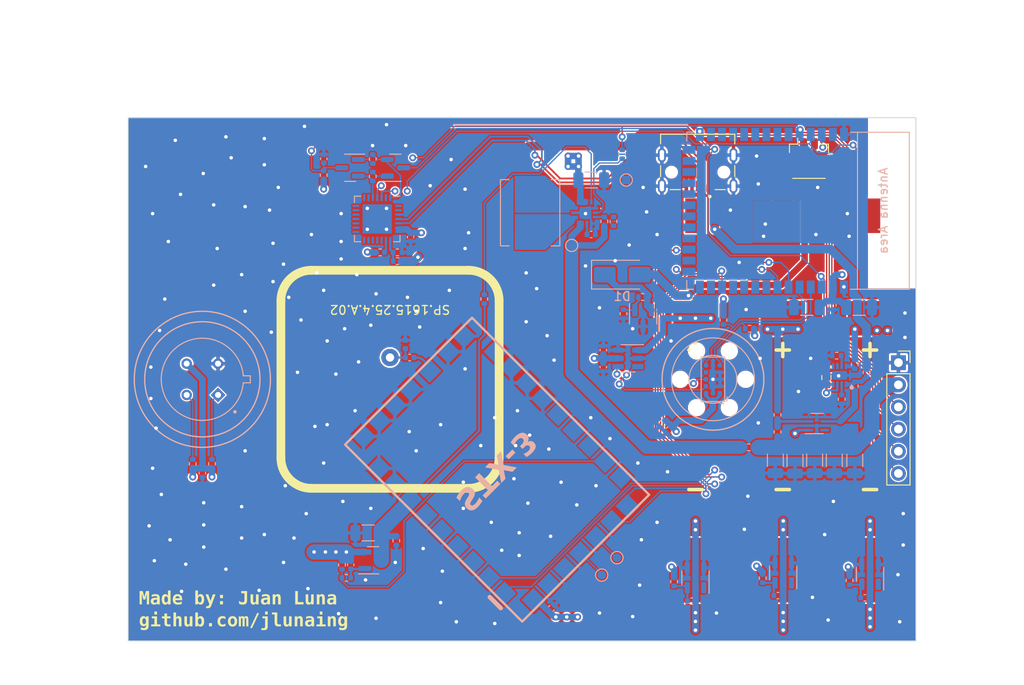
<source format=kicad_pcb>
(kicad_pcb (version 20221018) (generator pcbnew)
  (title_block (title "Monitoring Sensor for Afridev Hand Pump") (date "2023-05-02") (rev "1.0") (comment 1 "Author: Juan Luna") (comment 2 "Functional prototype of sensor to monitor the an Afridev hand pump."))
  (layers (0 "F.Cu" signal) (1 "In1.Cu" signal) (2 "In2.Cu" signal) (31 "B.Cu" signal) (34 "B.Paste" user) (35 "F.Paste" user) (36 "B.SilkS" user "B.Silkscreen") (37 "F.SilkS" user "F.Silkscreen") (38 "B.Mask" user) (39 "F.Mask" user) (44 "Edge.Cuts" user))
  (net 0 "")
  (net 1 "GND")
  (net 2 "/SCL")
  (net 3 "/SDA")
  (net 4 "+3V3")
  (net 5 "Net-(U4-VDD)")
  (net 6 "Net-(U5-VDD)")
  (net 7 "/RF_ANT")
  (net 8 "/PGOOD")
  (net 9 "/LIDAR_XSHUT")
  (net 10 "/LIDAR_IRQ")
  (net 11 "Net-(U7-VDD)")
  (net 12 "Net-(IC2-BIAS)")
  (net 14 "Net-(IC1-VIN1)")
  (net 15 "Net-(IC1-VIN2)")
  (net 17 "/U1RX")
  (net 18 "/U1TX")
  (net 19 "Net-(IC2-EN)")
  (net 20 "/FPWM")
  (net 21 "Net-(IC3-IN)")
  (net 22 "Net-(IC3-ISET)")
  (net 23 "Net-(IC3-TS)")
  (net 26 "Net-(IC3-VSET)")
  (net 27 "Net-(IC3-OUT)")
  (net 28 "/VBUS")
  (net 29 "Net-(Q1-G)")
  (net 30 "/RXD")
  (net 31 "/TXD")
  (net 32 "/BOOT")
  (net 33 "Net-(Q2-B)")
  (net 34 "/RF_OUT")
  (net 35 "/RTS")
  (net 36 "Net-(Q3-B)")
  (net 37 "/VCC_BAT")
  (net 38 "/U1CTS")
  (net 39 "/U1RTS")
  (net 40 "/DTR")
  (net 42 "Net-(U2-REF)")
  (net 53 "Net-(U6-TEST2)")
  (net 54 "Net-(U6-TEST1)")
  (net 65 "+3V0")
  (net 66 "/PWR_EN")
  (net 72 "/EN")
  (net 88 "Net-(U9-VBUS)")
  (net 89 "Net-(U9-~{RST})")
  (net 105 "/PGOOD_BATT")
  (net 106 "/BN1")
  (net 107 "/BN2")
  (net 108 "/BN3")
  (net 109 "/VCC_SW")
  (net 110 "/VCC_REG")
  (net 111 "Net-(D1-A)")
  (net 112 "/LX1")
  (net 113 "/LX2")
  (net 114 "/DN")
  (net 115 "/DP")
  (footprint "!seniordesign:Keystone 56" (layer "F.Cu") (at 147.91 59.76)
    (fp_text reference "BT3" hide)
    (fp_text value "Battery_Cell")
  )
  (footprint "!seniordesign:AMPHENOL_GMCB05801124EU" (layer "F.Cu") (at 128.16 43.01 180)
    (fp_text reference "J2" hide)
    (fp_text value "USB_B_Micro")
  )
  (footprint "!seniordesign:Keystone 56" (layer "F.Cu") (at 127.91 59.76)
    (fp_text reference "BT1" hide)
    (fp_text value "Battery_Cell")
  )
  (footprint "!seniordesign:Keystone 56" (layer "F.Cu") (at 137.91 59.76)
    (fp_text reference "BT2" hide)
    (fp_text value "Battery_Cell")
  )
  (footprint "Connector_Molex:Molex_PicoBlade_53398-0271_1x02-1MP_P1.25mm_Vertical" (layer "F.Cu") (at 140.91 41.01)
    (fp_text reference "SC1" hide)
    (fp_text value "Solar Cell")
  )
  (footprint "!seniordesign:ANT_SP.1615.25.4.A.02" (layer "F.Cu") (at 92.91 66.76 180)
    (fp_text reference "AE1" hide)
    (fp_text value "Antenna")
  )
  (footprint "Connector_PinSocket_2.54mm:PinSocket_1x06_P2.54mm_Vertical" (layer "F.Cu") (at 151.16 64.85)
    (fp_text reference "PROG1" hide)
    (fp_text value "Conn_01x06")
  )
  (footprint "Resistor_SMD:R_0603_1608Metric" (layer "F.Cu") (at 142.91 66.56 90)
    (fp_text reference "TH1" hide)
    (fp_text value "Temp")
  )
  (footprint "Capacitor_SMD:C_0402_1005Metric" (layer "B.Cu") (at 111.41 93.01 45)
    (fp_text reference "C12" hide)
    (fp_text value "1uF")
  )
  (footprint "Package_TO_SOT_SMD:SOT-23" (layer "B.Cu") (at 93.535 42.505)
    (fp_text reference "Q3" hide)
    (fp_text value "MMBT3904")
  )
  (footprint "Capacitor_SMD:C_1206_3216Metric" (layer "B.Cu") (at 146.66 58.51)
    (fp_text reference "C21" hide)
    (fp_text value "22uF")
  )
  (footprint "Capacitor_SMD:C_1206_3216Metric" (layer "B.Cu") (at 139.31 76.085 -90)
    (fp_text reference "C2" hide)
    (fp_text value "22uF")
  )
  (footprint "Capacitor_SMD:C_0402_1005Metric" (layer "B.Cu") (at 124.91 72.56 -135)
    (fp_text reference "C5" hide)
    (fp_text value "4.7uF")
  )
  (footprint "TestPoint:TestPoint_Pad_D1.0mm" (layer "B.Cu") (at 118.913411 87.206971 180)
    (fp_text reference "TP3" hide)
    (fp_text value "TEST2")
  )
  (footprint "Capacitor_SMD:C_0402_1005Metric" (layer "B.Cu") (at 127.46 92.2)
    (fp_text reference "C9" hide)
    (fp_text value "0.1uF")
  )
  (footprint "!seniordesign:SON50P200X200X80-9N" (layer "B.Cu") (at 144.41 66.3 90)
    (fp_text reference "IC3" hide)
    (fp_text value "BQ25170DSGR" hide)
  )
  (footprint "Package_TO_SOT_SMD:SOT-23" (layer "B.Cu") (at 121.91 59.76 -90)
    (fp_text reference "U2" hide)
    (fp_text value "CJ431")
  )
  (footprint "footprints:TO254P942H425-4" (layer "B.Cu") (at 71.41 66.76 135)
    (fp_text reference "M1" hide)
    (fp_text value "MLX90614ESF-AAA-000-TU")
  )
  (footprint "Resistor_SMD:R_0402_1005Metric" (layer "B.Cu") (at 103.71 57.56 90)
    (fp_text reference "R12" hide)
    (fp_text value "100K")
  )
  (footprint "Capacitor_SMD:C_0402_1005Metric" (layer "B.Cu") (at 147.31 91.8125)
    (fp_text reference "C14" hide)
    (fp_text value "0.1uF")
  )
  (footprint "Resistor_SMD:R_0402_1005Metric" (layer "B.Cu") (at 144.66 69.05 -90)
    (fp_text reference "R22" hide)
    (fp_text value "2K")
  )
  (footprint "Capacitor_SMD:C_1206_3216Metric" (layer "B.Cu") (at 141.56 76.045 -90)
    (fp_text reference "C6" hide)
    (fp_text value "22uF")
  )
  (footprint "Resistor_SMD:R_0402_1005Metric" (layer "B.Cu") (at 144.085 64.05 180)
    (fp_text reference "R23" hide)
    (fp_text value "100K")
  )
  (footprint "Capacitor_SMD:C_0402_1005Metric" (layer "B.Cu") (at 137.36 91.56)
    (fp_text reference "C10" hide)
    (fp_text value "0.1uF")
  )
  (footprint "TestPoint:TestPoint_Pad_D1.0mm" (layer "B.Cu") (at 117.163411 89.206971 180)
    (fp_text reference "TP4" hide)
    (fp_text value "TEST1")
  )
  (footprint "Resistor_SMD:R_0402_1005Metric" (layer "B.Cu") (at 118.519997 48.655023 -90)
    (fp_text reference "R15" hide)
    (fp_text value "0")
  )
  (footprint "Espressif:ESP32-S2-SOLO" (layer "B.Cu") (at 136.66 47.435 90)
    (fp_text reference "U10" hide)
    (fp_text value "ESP32-S2-SOLO")
  )
  (footprint "Resistor_SMD:R_0402_1005Metric" (layer "B.Cu") (at 131.11 59.96 -90)
    (fp_text reference "R2" hide)
    (fp_text value "10K")
  )
  (footprint "Resistor_SMD:R_0402_1005Metric" (layer "B.Cu") (at 119.66 59.26 -90)
    (fp_text reference "R32" hide)
    (fp_text value "75K")
  )
  (footprint "Package_TO_SOT_SMD:SOT-23-5" (layer "B.Cu") (at 127.91 89.51 90)
    (fp_text reference "U4" hide)
    (fp_text value " XB8358D0")
  )
  (footprint "Resistor_SMD:R_0402_1005Metric" (layer "B.Cu") (at 93.6325 85.26 -90)
    (fp_text reference "R13" hide)
    (fp_text value "100K")
  )
  (footprint "Package_TO_SOT_SMD:SC-70-8" (layer "B.Cu") (at 141.81 71.835)
    (fp_text reference "IC1" hide)
    (fp_text value "LM66200DRLR")
  )
  (footprint "Package_TO_SOT_SMD:SOT-23" (layer "B.Cu") (at 88.335 42.505 180)
    (fp_text reference "Q2" hide)
    (fp_text value "MMBT3904" hide)
  )
  (footprint "!seniordesign:STX3" (layer "B.Cu") (at 114.759855 86.701957 45)
    (fp_text reference "U6" hide)
    (fp_text value "STX3")
  )
  (footprint "Capacitor_SMD:C_1206_3216Metric" (layer "B.Cu") (at 143.81 76.06 -90)
    (fp_text reference "C26" hide)
    (fp_text value "22uF")
  )
  (footprint "Resistor_SMD:R_0402_1005Metric" (layer "B.Cu") (at 125.46 89.95 90)
    (fp_text reference "R6" hide)
    (fp_text value "100")
  )
  (footprint "TestPoint:TestPoint_Pad_D1.0mm" (layer "B.Cu") (at 113.726 51.41 180)
    (fp_text reference "TP5" hide)
    (fp_text value "PROG_VCC")
  )
  (footprint "TestPoint:TestPoint_Pad_D1.0mm" (layer "B.Cu") (at 119.976 43.91 180)
    (fp_text reference "TP6" hide)
    (fp_text value "PROG_GND")
  )
  (footprint "Resistor_SMD:R_0402_1005Metric" (layer "B.Cu") (at 72.51 76.45 90)
    (fp_text reference "R4" hide)
    (fp_text value "10K")
  )
  (footprint "Capacitor_SMD:C_0402_1005Metric" (layer "B.Cu") (at 85.32 41.47 90)
    (fp_text reference "C18" hide)
    (fp_text value "1uF")
  )
  (footprint "Package_TO_SOT_SMD:SOT-23" (layer "B.Cu") (at 90.9725 87.51)
    (fp_text reference "Q1" hide)
    (fp_text value "AO3401A")
  )
  (footprint "!seniordesign:VlVenting" (layer "B.Cu") (at 129.91 66.76 -90)
    (fp_text reference "H1" hide)
    (fp_text value "MountingHole")
  )
  (footprint "Capacitor_SMD:C_1206_3216Metric" (layer "B.Cu") (at 137.06 76.045 -90)
    (fp_text reference "C1" hide)
    (fp_text value "22uF")
  )
  (footprint "Resistor_SMD:R_0402_1005Metric" (layer "B.Cu") (at 147.51 65.96 -90)
    (fp_text reference "R28" hide)
    (fp_text value "0")
  )
  (footprint "Resistor_SMD:R_0402_1005Metric" (layer "B.Cu") (at 146.16 65.05 90)
    (fp_text reference "R27" hide)
    (fp_text value "0")
  )
  (footprint "Capacitor_SMD:C_0402_1005Metric" (layer "B.Cu") (at 95.16 64.26 180)
    (fp_text reference "C13" hide)
    (fp_text value "33pF")
  )
  (footprint "Resistor_SMD:R_0402_1005Metric" (layer "B.Cu") (at 87.91 89.53 180)
    (fp_text reference "R11" hide)
    (fp_text value "10K")
  )
  (footprint "Capacitor_SMD:C_1206_3216Metric" (layer "B.Cu") (at 115.964 43.91)
    (fp_text reference "C20" hide)
    (fp_text value "22uF")
  )
  (footprint "Resistor_SMD:R_0402_1005Metric" (layer "B.Cu") (at 93.765 52.205)
    (fp_text reference "R21" hide)
    (fp_text value "33K")
  )
  (footprint "Resistor_SMD:R_0402_1005Metric" (layer "B.Cu") (at 93.775 53.205 180)
    (fp_text reference "R20" hide)
    (fp_text value "22K")
  )
  (footprint "Package_TO_SOT_SMD:SOT-23-5" (layer "B.Cu") (at 147.91 89.1225 90)
    (fp_text reference "U7" hide)
    (fp_text value " XB8358D0")
  )
  (footprint "Inductor_SMD:L_0402_1005Metric" (layer "B.Cu") (at 94.66 62.76 90)
    (fp_text reference "L2" hide)
    (fp_text value "33nH")
  )
  (footprint "Capacitor_SMD:C_0402_1005Metric" (layer "B.Cu") (at 117.3453 63.4054 90)
    (fp_text reference "C7" hide)
    (fp_text value "10uF")
  )
  (footprint "Capacitor_SMD:C_1206_3216Metric" (layer "B.Cu") (at 140.66 58.51 180)
    (fp_text reference "C17" hide)
    (fp_text value "22uF")
  )
  (footprint "Resistor_SMD:R_0402_1005Metric" (layer "B.Cu") (at 90.935 43.505 -90)
    (fp_text reference "R30" hide)
    (fp_text value "10K")
  )
  (footprint "Resistor_SMD:R_0402_1005Metric" (layer "B.Cu") (at 119.51 40.96 -90)
    (fp_text reference "R8" hide)
    (fp_text value "0")
  )
  (footprint "Diode_SMD:D_SMA" (layer "B.Cu") (at 119.51 54.76)
    (fp_text reference "D1")
    (fp_text value "D")
  )
  (footprint "Capacitor_SMD:C_0402_1005Metric" (layer "B.Cu") (at 88.41 88.03 -90)
    (fp_text reference "C11" hide)
    (fp_text value "0.1uF")
  )
  (footprint "Package_TO_SOT_SMD:SOT-23-5" (layer "B.Cu") (at 137.96 88.96 90)
    (fp_text reference "U5" hide)
    (fp_text value " XB8358D0")
  )
  (footprint "Capacitor_SMD:C_0402_1005Metric" (layer "B.Cu") (at 117.3453 65.3654 -90)
    (fp_text reference "C8" hide)
    (fp_text value "0.1uF")
  )
  (footprint "Resistor_SMD:R_0402_1005Metric" (layer "B.Cu") (at 121.86 57.3225 180)
    (fp_text reference "R24" hide)
    (fp_text value "33K")
  )
  (footprint "Resistor_SMD:R_0402_1005Metric" (layer "B.Cu") (at 146.16 67.55 -90)
    (fp_text reference "R26" hide)
    (fp_text value "0")
  )
  (footprint "Sensor_Distance:ST_VL53L1x" (layer "B.Cu") (at 129.91 66.76 90)
    (fp_text reference "U1" hide)
    (fp_text value "VL53L4CD")
  )
  (footprint "Capacitor_SMD:C_0402_1005Metric" (layer "B.Cu") (at 124.11 71.820589 -135)
    (fp_text reference "C3" hide)
    (fp_text value "0.1uF")
  )
  (footprint "Package_DFN_QFN:QFN-28-1EP_5x5mm_P0.5mm_EP3.35x3.35mm" (layer "B.Cu") (at 91.445 48.375 180)
    (fp_text reference "U9" hide)
    (fp_text value "CP2102N-Axx-xQFN28")
  )
  (footprint "Resistor_SMD:R_0402_1005Metric" (layer "B.Cu") (at 145.56 89.8125 90)
    (fp_text reference "R14" hide)
    (fp_text value "100")
  )
  (footprint "Resistor_SMD:R_0402_1005Metric" (layer "B.Cu") (at 85.31 43.36 90)
    (fp_text reference "R7" hide)
    (fp_text value "10K")
  )
  (footprint "Inductor_SMD:L_Neosid_SM-PIC0602H" (layer "B.Cu") (at 108.964 47.66 -90)
    (fp_text reference "L4" hide)
    (fp_text value "1uH")
  )
  (footprint "Capacitor_SMD:C_0402_1005Metric" (layer "B.Cu") (at 71.412248 77.515024 -90)
    (fp_text reference "C4" hide)
    (fp_text value "1uF")
  )
  (footprint "Resistor_SMD:R_0402_1005Metric" (layer "B.Cu") (at 137.31 72.8 -90)
    (fp_text reference "R29" hide)
    (fp_text value "0")
  )
  (footprint "Resistor_SMD:R_0402_1005Metric" (layer "B.Cu") (at 70.31 76.45 90)
    (fp_text reference "R3" hide)
    (fp_text value "10K")
  )
  (footprint "Resistor_SMD:R_0402_1005Metric" (layer "B.Cu") (at 137.31 70.835 -90)
    (fp_text reference "R33" hide)
    (fp_text value "0")
  )
  (footprint "Package_TO_SOT_SMD:SOT-23-6" (layer "B.Cu") (at 120.1725 64.36 180)
    (fp_text reference "U3" hide)
    (fp_text value "MCP3425A0T-ECH")
  )
  (footprint "Capacitor_SMD:C_1206_3216Metric" (layer "B.Cu") (at 90.41 84.37 180)
    (fp_text reference "C15" hide)
    (fp_text value "22uF")
  )
  (footprint "!seniordesign:MAX77827AEFD" (layer "B.Cu") (at 115.214 47.66 180)
    (fp_text reference "IC2" hide)
    (fp_text value "MAX77827AEFD+T" hide)
  )
  (footprint "Resistor_SMD:R_0402_1005Metric" (layer "B.Cu") (at 134 74.56 180)
    (fp_text reference "R25" hide)
    (fp_text value "0")
  )
  (footprint "Capacitor_SMD:C_0402_1005Metric" (layer "B.Cu") (at 95.275 50.455 -90)
    (fp_text reference "C27" hide)
    (fp_text value "1uF")
  )
  (footprint "Resistor_SMD:R_0402_1005Metric" (layer "B.Cu") (at 134.11 60.96 180)
    (fp_text reference "R1" hide)
    (fp_text value "10K")
  )
  (footprint "Capacitor_SMD:C_1206_3216Metric" (layer "B.Cu") (at 146.16 76.06 -90)
    (fp_text reference "C28" hide)
    (fp_text value "22uF")
  )
  (footprint "Resistor_SMD:R_0402_1005Metric" (layer "B.Cu") (at 135.61 89.56 90)
    (fp_text reference "R10" hide)
    (fp_text value "100")
  )
  (footprint "Resistor_SMD:R_0402_1005Metric" (layer "B.Cu") (at 87.41 88.03 -90)
    (fp_text reference "R9" hide)
    (fp_text value "1M")
  )
  (footprint "Resistor_SMD:R_0402_1005Metric" (layer "B.Cu") (at 91.775 52.205)
    (fp_text reference "R19" hide)
    (fp_text value "10K")
  )
  (footprint "Resistor_SMD:R_0402_1005Metric" (layer "B.Cu") (at 117.464 48.66 -90)
    (fp_text reference "R16" hide)
    (fp_text value "510K")
  )
  (footprint "Capacitor_SMD:C_0402_1005Metric" (layer "B.Cu") (at 115.964 50.16)
    (fp_text reference "C19" hide)
    (fp_text value "1uF")
  )
  (footprint "Resistor_SMD:R_0402_1005Metric" (layer "B.Cu") (at 90.935 41.505 90)
    (fp_text reference "R31" hide)
    (fp_text value "10K")
  )
  (footprint "Capacitor_SMD:C_0402_1005Metric" (layer "B.Cu") (at 143.66 58.28 -90)
    (fp_text reference "C16" hide)
    (fp_text value "0.1uF")
  )
  (gr_circle (center 71.41 66.76) (end 78.011121 66.910303) (stroke (width 0.15)) (fill none) (layer "B.SilkS"))
  (gr_circle (center 129.91 66.76) (end 135.734429 66.477022) (stroke (width 0.15)) (fill none) (layer "B.SilkS"))
  (gr_circle (center 71.41 66.76) (end 76.88 72.32) (stroke (width 0.15)) (fill none) (layer "B.SilkS"))
  (gr_rect (start 62.91 36.76) (end 153.16 96.76) (stroke (width 0.1)) (fill none) (layer "Edge.Cuts"))
  (gr_text "Made by: Juan Luna\ngithub.com/jlunaing" (at 64.132489 95.342316) (layer "F.SilkS") (effects (font (size 1.5 1.5) (thickness 0.3) bold) (justify left bottom)))
  (via (at 110.91 61.76) (size 0.8) (drill 0.4) (layers "F.Cu" "B.Cu") (net 1))
  (via (at 85.31 56.56) (size 0.8) (drill 0.4) (layers "F.Cu" "B.Cu") (net 1))
  (via (at 90.11 89.76) (size 0.8) (drill 0.4) (layers "F.Cu" "B.Cu") (net 1))
  (via (at 109.71 56.36) (size 0.8) (drill 0.4) (layers "F.Cu" "B.Cu") (net 1))
  (via (at 71.569462 80.913022) (size 0.8) (drill 0.4) (layers "F.Cu" "B.Cu") (net 1))
  (via (at 122.31 47.56) (size 0.8) (drill 0.4) (layers "F.Cu" "B.Cu") (net 1))
  (via (at 68.31 39.36) (size 0.8) (drill 0.4) (layers "F.Cu" "B.Cu") (net 1))
  (via (at 64.91 42.36) (size 0.8) (drill 0.4) (layers "F.Cu" "B.Cu") (net 1))
  (via (at 75.91 54.76) (size 0.8) (drill 0.4) (layers "F.Cu" "B.Cu") (net 1))
  (via (at 108.51 60.16) (size 0.8) (drill 0.4) (layers "F.Cu" "B.Cu") (net 1))
  (via (at 95.91 58.96) (size 0.8) (drill 0.4) (layers "F.Cu" "B.Cu") (net 1))
  (via (at 87.31 52.96) (size 0.8) (drill 0.4) (layers "F.Cu" "B.Cu") (net 1))
  (via (at 142.71 84.56) (size 0.8) (drill 0.4) (layers "F.Cu" "B.Cu") (net 1))
  (via (at 74.71 41.36) (size 0.8) (drill 0.4) (layers "F.Cu" "B.Cu") (net 1))
  (via (at 145.51 50.36) (size 0.8) (drill 0.4) (layers "F.Cu" "B.Cu") (net 1))
  (via (at 151.71 85.76) (size 0.8) (drill 0.4) (layers "F.Cu" "B.Cu") (net 1))
  (via (at 76.31 74.96) (size 0.8) (drill 0.4) (layers "F.Cu" "B.Cu") (net 1))
  (via (at 86.71 66.16) (size 0.8) (drill 0.4) (layers "F.Cu" "B.Cu") (net 1))
  (via (at 91.31 56.96) (size 0.8) (drill 0.4) (layers "F.Cu" "B.Cu") (net 1))
  (via (at 83.51 90.76) (size 0.8) (drill 0.4) (layers "F.Cu" "B.Cu") (net 1))
  (via (at 101.51 51.76) (size 0.8) (drill 0.4) (layers "F.Cu" "B.Cu") (net 1))
  (via (at 135.71 50.36) (size 0.8) (drill 0.4) (layers "F.Cu" "B.Cu") (net 1))
  (via (at 81.91 84.96) (size 0.8) (drill 0.4) (layers "F.Cu" "B.Cu") (net 1))
  (via (at 98.91 88.76) (size 0.8) (drill 0.4) (layers "F.Cu" "B.Cu") (net 1))
  (via (at 107.11 78.16) (size 0.8) (drill 0.4) (layers "F.Cu" "B.Cu") (net 1))
  (via (at 115.31 53.76) (size 0.8) (drill 0.4) (layers "F.Cu" "B.Cu") (net 1))
  (via (at 120.71 60.96) (size 0.8) (drill 0.4) (layers "F.Cu" "B.Cu") (net 1))
  (via (at 101.91 49.96) (size 0.8) (drill 0.4) (layers "F.Cu" "B.Cu") (net 1))
  (via (at 80.71 87.76) (size 0.8) (drill 0.4) (layers "F.Cu" "B.Cu") (net 1))
  (via (at 66.71 79.96) (size 0.8) (drill 0.4) (layers "F.Cu" "B.Cu") (net 1))
  (via (at 88.91 70.36) (size 0.8) (drill 0.4) (layers "F.Cu" "B.Cu") (net 1))
  (via (at 90.71 60.56) (size 0.8) (drill 0.4) (layers "F.Cu" "B.Cu") (net 1))
  (via (at 71.51 43.16) (size 0.8) (drill 0.4) (layers "F.Cu" "B.Cu") (net 1))
  (via (at 90.91 39.96) (size 0.8) (drill 0.4) (layers "F.Cu" "B.Cu") (net 1))
  (via (at 71.569462 85.993022) (size 0.8) (drill 0.4) (layers "F.Cu" "B.Cu") (net 1))
  (via (at 74.109462 88.533022) (size 0.8) (drill 0.4) (layers "F.Cu" "B.Cu") (net 1))
  (via (at 141.31 91.76) (size 0.8) (drill 0.4) (layers "F.Cu" "B.Cu") (net 1))
  (via (at 71.569462 83.453022) (size 0.8) (drill 0.4) (layers "F.Cu" "B.Cu") (net 1))
  (via (at 80.11 44.76) (size 0.8) (drill 0.4) (layers "F.Cu" "B.Cu") (net 1))
  (via (at 111.31 84.76) (size 0.8) (drill 0.4) (layers "F.Cu" "B.Cu") (net 1))
  (via (at 141.91 44.76) (size 0.8) (drill 0.4) (layers "F.Cu" "B.Cu") (net 1))
  (via (at 151.71 82.16) (size 0.8) (drill 0.4) (layers "F.Cu" "B.Cu") (net 1))
  (via (at 90.31 49.56) (size 0.8) (drill 0.4) (layers "F.Cu" "B.Cu") (net 1))
  (via (at 79.51 55.56) (size 0.8) (drill 0.4) (layers "F.Cu" "B.Cu") (net 1))
  (via (at 135.11 44.36) (size 0.8) (drill 0.4) (layers "F.Cu" "B.Cu") (net 1))
  (via (at 69.51 87.96) (size 0.8) (drill 0.4) (layers "F.Cu" "B.Cu") (net 1))
  (via (at 139.71 68.16) (size 0.8) (drill 0.4) (layers "F.Cu" "B.Cu") (net 1))
  (via (at 80.71 53.56) (size 0.8) (drill 0.4) (layers "F.Cu" "B.Cu") (net 1))
  (via (at 85.71 62.36) (size 0.8) (drill 0.4) (layers "F.Cu" "B.Cu") (net 1))
  (via (at 95.11 72.76) (size 0.8) (drill 0.4) (layers "F.Cu" "B.Cu") (net 1))
  (via (at 98.71 92.36) (size 0.8) (drill 0.4) (layers "F.Cu" "B.Cu") (net 1))
  (via (at 141.11 64.36) (size 0.8) (drill 0.4) (layers "F.Cu" "B.Cu") (net 1))
  (via (at 104.91 71.16) (size 0.8) (drill 0.4) (layers "F.Cu" "B.Cu") (net 1))
  (via (at 92.51 37.56) (size 0.8) (drill 0.4) (layers "F.Cu" "B.Cu") (net 1))
  (via (at 123.51 50.16) (size 0.8) (drill 0.4) (layers "F.Cu" "B.Cu") (net 1))
  (via (at 125.11 62.36) (size 0.8) (drill 0.4) (layers "F.Cu" "B.Cu") (net 1))
  (via (at 96.71 86.16) (size 0.8) (drill 0.4) (layers "F.Cu" "B.Cu") (net 1))
  (via (at 135.91 48.96) (size 0.8) (drill 0.4) (layers "F.Cu" "B.Cu") (net 1))
  (via (at 107.51 70.36) (size 0.8) (drill 0.4) (layers "F.Cu" "B.Cu") (net 1))
  (via (at 99.71 56.56) (size 0.8) (drill 0.4) (layers "F.Cu" "B.Cu") (net 1))
  (via (at 92.51 49.56) (size 0.8) (drill 0.4) (layers "F.Cu" "B.Cu") (net 1))
  (via (at 107.31 74.36) (size 0.8) (drill 0.4) (layers "F.Cu" "B.Cu") (net 1))
  (via (at 87.71 60.96) (size 0.8) (drill 0.4) (layers "F.Cu" "B.Cu") (net 1))
  (via (at 65.91 87.56) (size 0.8) (drill 0.4) (layers "F.Cu" "B.Cu") (net 1))
  (via (at 77.91 90.96) (size 0.8) (drill 0.4) (layers "F.Cu" "B.Cu") (net 1))
  (via (at 76.31 58.96) (size 0.8) (drill 0.4) (layers "F.Cu" "B.Cu") (net 1))
  (via (at 66.11 72.36) (size 0.8) (drill 0.4) (layers "F.Cu" "B.Cu") (net 1))
  (via (at 107.71 84.36) (size 0.8) (drill 0.4) (layers "F.Cu" "B.Cu") (net 1))
  (via (at 65.71 47.76) (size 0.8) (drill 0.4) (layers "F.Cu" "B.Cu") (net 1))
  (via (at 104.91 94.76) (size 0.8) (drill 0.4) (layers "F.Cu" "B.Cu") (net 1))
  (via (at 101.31 81.56) (size 0.8) (drill 0.4) (layers "F.Cu" "B.Cu") (net 1))
  (via (at 123.51 83.16) (size 0.8) (drill 0.4) (layers "F.Cu" "B.Cu") (net 1))
  (via (at 87.31 50.96) (size 0.8) (drill 0.4) (layers "F.Cu" "B.Cu") (net 1))
  (via (at 129.91 66.76) (size 0.8) (drill 0.4) (layers "F.Cu" "B.Cu") (net 1))
  (via (at 66.51 61.16) (size 0.8) (drill 0.4) (layers "F.Cu" "B.Cu") (net 1))
  (via (at 79.31 61.36) (size 0.8) (drill 0.4) (layers "F.Cu" "B.Cu") (net 1))
  (via (at 72.71 46.76) (size 0.8) (drill 0.4) (layers "F.Cu" "B.Cu") (net 1))
  (via (at 104.51 83.16) (size 0.8) (drill 0.4) (layers "F.Cu" "B.Cu") (net 1))
  (via (at 116.91 93.56) (size 0.8) (drill 0.4) (layers "F.Cu" "B.Cu") (net 1))
  (via (at 93.51 87.76) (size 0.8) (drill 0.4) (layers "F.Cu" "B.Cu") (net 1))
  (via (at 73.11 51.76) (size 0.8) (drill 0.4) (layers "F.Cu" "B.Cu") (net 1))
  (via (at 87.51 80.76) (size 0.8) (drill 0.4) (layers "F.Cu" "B.Cu") (net 1))
  (via (at 82.31 65.96) (size 0.8) (drill 0.4) (layers "F.Cu" "B.Cu") (net 1))
  (via (at 151.11 89.16) (size 0.8) (drill 0.4) (layers "F.Cu" "B.Cu") (net 1))
  (via (at 108.91 73.16) (size 0.8) (drill 0.4) (layers "F.Cu" "B.Cu") (net 1))
  (via (at 118.71 53.16) (size 0.8) (drill 0.4) (layers "F.Cu" "B.Cu") (net 1))
  (via (at 100.51 94.56) (size 0.8) (drill 0.4) (layers "F.Cu" "B.Cu") (net 1))
  (via (at 135.31 64.36) (size 0.8) (drill 0.4) (layers "F.Cu" "B.Cu") (net 1))
  (via (at 98.71 71.96) (size 0.8) (drill 0.4) (layers "F.Cu" "B.Cu") (net 1))
  (via (at 145.31 47.76) (size 0.8) (drill 0.4) (layers "F.Cu" "B.Cu") (net 1))
  (via (at 144.91 56.16) (size 0.8) (drill 0.4) (layers "F.Cu" "B.Cu") (net 1))
  (via (at 68.91 45.56) (size 0.8) (drill 0.4) (layers "F.Cu" "B.Cu") (net 1))
  (via (at 115.91 71.16) (size 0.8) (drill 0.4) (layers "F.Cu" "B.Cu") (net 1))
  (via (at 87.019047 93.628461) (size 0.8) (drill 0.4) (layers "F.Cu" "B.Cu") (net 1))
  (via (at 72.71 55.96) (size 0.8) (drill 0.4) (layers "F.Cu" "B.Cu") (net 1))
  (via (at 94.71 39.96) (size 0.8) (drill 0.4) (layers "F.Cu" "B.Cu") (net 1))
  (via (at 108.71 80.96) (size 0.8) (drill 0.4) (layers "F.Cu" "B.Cu") (net 1))
  (via (at 79.11 47.36) (size 0.8) (drill 0.4) (layers "F.Cu" "B.Cu") (net 1))
  (via (at 69.029462 91.073022) (size 0.8) (drill 0.4) (layers "F.Cu" "B.Cu") (net 1))
  (via (at 139.31 72.96) (size 0.8) (drill 0.4) (layers "F.Cu" "B.Cu") (net 1))
  (via (at 94.91 57.36) (size 0.8) (drill 0.4) (layers "F.Cu" "B.Cu") (net 1))
  (via (at 116.91 58.56) (size 0.8) (drill 0.4) (layers "F.Cu" "B.Cu") (net 1))
  (via (at 67.11 57.56) (size 0.8) (drill 0.4) (layers "F.Cu" "B.Cu") (net 1))
  (via (at 76.31 46.96) (size 0.8) (drill 0.4) (layers "F.Cu" "B.Cu") (net 1))
  (via (at 85.31 76.36) (size 0.8) (drill 0.4) (layers "F.Cu" "B.Cu") (net 1))
  (via (at 65.51 68.96) (size 0.8) (drill 0.4) (layers "F.Cu" "B.Cu") (net 1))
  (via (at 141.71 50.16) (size 0.8) (drill 0.4) (layers "F.Cu" "B.Cu") (net 1))
  (via (at 120.31 51.36) (size 0.8) (drill 0.4) (layers "F.Cu" "B.Cu") (net 1))
  (via (at 83.31 82.16) (size 0.8) (drill 0.4) (layers "F.Cu" "B.Cu") (net 1))
  (via (at 97.51 44.56) (size 0.8) (drill 0.4) (layers "F.Cu" "B.Cu") (net 1))
  (via (at 111.11 74.76) (size 0.8) (drill 0.4) (layers "F.Cu" "B.Cu") (net 1))
  (via (at 112.51 78.56) (size 0.8) (drill 0.4) (layers "F.Cu" "B.Cu") (net 1))
  (via (at 85.71 71.96) (size 0.8) (drill 0.4) (layers "F.Cu" "B.Cu") (net 1))
  (via (at 95.91 74.96) (size 0.8) (drill 0.4) (layers "F.Cu" "B.Cu") (net 1))
  (via (at 78.51 84.56) (size 0.8) (drill 0.4) (layers "F.Cu" "B.Cu") (net 1))
  (via (at 124.71 77.36) (size 0.8) (drill 0.4) (layers "F.Cu" "B.Cu") (net 1))
  (via (at 133.91 80.16) (size 0.8) (drill 0.4) (layers "F.Cu" "B.Cu") (net 1))
  (via (at 84.51 54.56) (size 0.8) (drill 0.4) (layers "F.Cu" "B.Cu") (net 1))
  (via (at 101.51 44.96) (size 0.8) (drill 0.4) (layers "F.Cu" "B.Cu") (net 1))
  (via (at 101.31 78.56) (size 0.8) (drill 0.4) (layers "F.Cu" "B.Cu") (net 1))
  (via (at 79.51 51.16) (size 0.8) (drill 0.4) (layers "F.Cu" "B.Cu") (net 1))
  (via (at 143.71 80.76) (size 0.8) (drill 0.4) (layers "F.Cu" "B.Cu") (net 1))
  (via (at 101.51 65.56) (size 0.8) (drill 0.4) (layers "F.Cu" "B.Cu") (net 1))
  (via (at 67.71 85.16) (size 0.8) (drill 0.4) (layers "F.Cu" "B.Cu") (net 1))
  (via (at 89.11 54.76) (size 0.8) (drill 0.4) (layers "F.Cu" "B.Cu") (net 1))
  (via (at 87.31 47.76) (size 0.8) (drill 0.4) (layers "F.Cu" "B.Cu") (net 1))
  (via (at 132.91 53.36) (size 0.8) (drill 0.4) (layers "F.Cu" "B.Cu") (net 1))
  (via (at 65.31 83.56) (size 0.8) (drill 0.4) (layers "F.Cu" "B.Cu") (net 1))
  (via (at 80.91 78.96) (size 0.8) (drill 0.4) (layers "F.Cu" "B.Cu") (net 1))
  (via (at 133.51 83.96) (size 0.8) (drill 0.4) (layers "F.Cu" "B.Cu") (net 1))
  (via (at 135.11 71.76) (size 0.8) (drill 0.4) (layers "F.Cu" "B.Cu") (net 1))
  (via (at 103.31 74.36) (size 0.8) (drill 0.4) (layers "F.Cu" "B.Cu") (net 1))
  (via (at 78.51 39.16) (size 0.8) (drill 0.4) (layers "F.Cu" "B.Cu") (net 1))
  (via (at 99.91 41.56) (size 0.8) (drill 0.4) (layers "F.Cu" "B.Cu") (net 1))
  (via (at 143.11 94.36) (size 0.8) (drill 0.4) (layers "F.Cu" "B.Cu") (net 1))
  (via (at 133.71 58.76) (size 0.8) (drill 0.4) (layers "F.Cu" "B.Cu") (net 1))
  (via (at 92.51 47.16) (size 0.8) (drill 0.4) (layers "F.Cu" "B.Cu") (net 1))
  (via (at 67.51 50.96) (size 0.8) (drill 0.4) (layers "F.Cu" "B.Cu") (net 1))
  (via (at 144.31 66.36) (size 0.8) (drill 0.4) (layers "F.Cu" "B.Cu") (net 1))
  (via (at 105.71 86.36) (size 0.8) (drill 0.4) (layers "F.Cu" "B.Cu") (net 1))
  (via (at 111.71 64.56) (size 0.8) (drill 0.4) (layers "F.Cu" "B.Cu") (net 1))
  (via (at 114.31 81.16) (size 0.8) (drill 0.4) (layers "F.Cu" "B.Cu") (net 1))
  (via (at 151.31 94.56) (size 0.8) (drill 0.4) (layers "F.Cu" "B.Cu") (net 1))
  (via (at 91.31 94.16) (size 0.8) (drill 0.4) (layers "F.Cu" "B.Cu") (net 1))
  (via (at 75.91 81.36) (size 0.8) (drill 0.4) (layers "F.Cu" "B.Cu") (net 1))
  (via (at 81.31 57.36) (size 0.8) (drill 0.4) (layers "F.Cu" "B.Cu") (net 1))
  (via (at 96.31 60.76) (size 0.8) (drill 0.4) (layers "F.Cu" "B.Cu") (net 1))
  (via (at 84.31 72.16) (size 0.8) (drill 0.4) (layers "F.Cu" "B.Cu") (net 1))
  (via (at 121.71 85.16) (size 0.8) (drill 0.4) (layers "F.Cu" "B.Cu") (net 1))
  (via (at 82.71 59.96) (size 0.8) (drill 0.4) (layers "F.Cu" "B.Cu") (net 1))
  (via (at 74.11 38.96) (size 0.8) (drill 0.4) (layers "F.Cu" "B.Cu") (net 1))
  (via (at 115.31 47.76) (size 0.8) (drill 0.4) (layers "F.Cu" "B.Cu") (net 1))
  (via (at 83.11 37.76) (size 0.8) (drill 0.4) (layers "F.Cu" "B.Cu") (net 1))
  (via (at 90.71 81.56) (size 0.8) (drill 0.4) (layers "F.Cu" "B.Cu") (net 1))
  (via (at 78.51 42.16) (size 0.8) (drill 0.4) (layers "F.Cu" "B.Cu") (net 1))
  (via (at 134.91 41.16) (size 0.8) (drill 0.4) (layers "F.Cu" "B.Cu") (net 1))
  (via (at 131.91 47.36) (size 0.8) (drill 0.4) (layers "F.Cu" "B.Cu") (net 1))
  (via (at 121.91 44.76) (size 0.8) (drill 0.4) (layers "F.Cu" "B.Cu") (net 1))
  (via (at 151.91 61.96) (size 0.8) (drill 0.4) (layers "F.Cu" "B.Cu") (net 1))
  (via (at 118.11 73.56) (size 0.8) (drill 0.4) (layers "F.Cu" "B.Cu") (net 1))
  (via (at 116.51 78.96) (size 0.8) (drill 0.4) (layers "F.Cu" "B.Cu") (net 1))
  (via (at 151.91 59.16) (size 0.8) (drill 0.4) (layers "F.Cu" "B.Cu") (net 1))
  (via (at 75.91 84.96) (size 0.8) (drill 0.4) (layers "F.Cu" "B.Cu") (net 1))
  (via (at 120.71 93.96) (size 0.8) (drill 0.4) (layers "F.Cu" "B.Cu") (net 1))
  (via (at 130.31 93.56) (size 0.8) (drill 0.4) (layers "F.Cu" "B.Cu") (net 1))
  (via (at 90.31 47.16) (size 0.8) (drill 0.4) (layers "F.Cu" "B.Cu") (net 1))
  (via (at 107.71 86.96) (size 0.8) (drill 0.4) (layers "F.Cu" "B.Cu") (net 1))
  (via (at 83.91 50.16) (size 0.8) (drill 0.4) (layers "F.Cu" "B.Cu") (net 1))
  (via (at 89.31 64.76) (size 0.8) (drill 0.4) (layers "F.Cu" "B.Cu") (net 1))
  (via (at 65.51 65.36) (size 0.8) (drill 0.4) (layers "F.Cu" "B.Cu") (net 1))
  (via (at 65.71 76.96) (size 0.8) (drill 0.4) (layers "F.Cu" "B.Cu") (net 1))
  (via (at 108.51 54.56) (size 0.8) (drill 0.4) (layers "F.Cu" "B.Cu") (net 1))
  (via (at 121.31 76.36) (size 0.8) (drill 0.4) (layers "F.Cu" "B.Cu") (net 1))
  (via (at 121.51 90.36) (size 0.8) (drill 0.4) (layers "F.Cu" "B.Cu") (net 1))
  (segment (start 140.91 72.585) (end 139.685 72.585) (width 0.3) (layer "B.Cu") (net 1))
  (segment (start 115.5395 47.66) (end 116.0395 47.16) (width 0.15) (layer "B.Cu") (net 1))
  (segment (start 139.31 72.96) (end 139.16 72.81) (width 0.15) (layer "B.Cu") (net 1))
  (segment (start 139.685 72.585) (end 139.31 72.96) (width 0.3) (layer "B.Cu") (net 1))
  (segment (start 115.21 47.66) (end 115.31 47.76) (width 0.15) (layer "B.Cu") (net 1))
  (segment (start 113.976 47.66) (end 115.21 47.66) (width 0.15) (layer "B.Cu") (net 1))
  (segment (start 116.0395 47.16) (end 116.452 47.16) (width 0.15) (layer "B.Cu") (net 1))
  (segment (start 115.41 47.66) (end 115.5395 47.66) (width 0.15) (layer "B.Cu") (net 1))
  (segment (start 115.31 47.76) (end 115.41 47.66) (width 0.15) (layer "B.Cu") (net 1))
  (via (at 142.4845 40.16) (size 0.8) (drill 0.4) (layers "F.Cu" "B.Cu") (net 2))
  (via (at 119.168411 67.301589) (size 0.8) (drill 0.4) (layers "F.Cu" "B.Cu") (net 2))
  (via (at 120.01 66.26) (size 0.8) (drill 0.4) (layers "F.Cu" "B.Cu") (net 2))
  (segment (start 120.01 66.26) (end 120.96 65.31) (width 0.15) (layer "B.Cu") (net 2))
  (segment (start 119.168411 67.301589) (end 119.168411 67.101589) (width 0.15) (layer "B.Cu") (net 2))
  (segment (start 128.835 67.835) (end 128.819315 67.835) (width 0.15) (layer "B.Cu") (net 2))
  (segment (start 72.51 75.94) (end 72.51 69.252102) (width 0.15) (layer "B.Cu") (net 2))
  (segment (start 119.826822 67.96) (end 119.168411 67.301589) (width 0.15) (layer "B.Cu") (net 2))
  (segment (start 119.168411 67.101589) (end 120.01 66.26) (width 0.15) (layer "B.Cu") (net 2))
  (segment (start 129.11 67.56) (end 128.835 67.835) (width 0.15) (layer "B.Cu") (net 2))
  (segment (start 128.694315 67.96) (end 119.826822 67.96) (width 0.15) (layer "B.Cu") (net 2))
  (segment (start 128.819315 67.835) (end 128.694315 67.96) (width 0.15) (layer "B.Cu") (net 2))
  (segment (start 142.38 40.0555) (end 142.38 38.685) (width 0.15) (layer "B.Cu") (net 2))
  (segment (start 142.4845 40.16) (end 142.38 40.0555) (width 0.15) (layer "B.Cu") (net 2))
  (segment (start 72.51 69.252102) (end 73.206051 68.556051) (width 0.15) (layer "B.Cu") (net 2))
  (via (at 127.68 67.24) (size 0.8) (drill 0.4) (layers "F.Cu" "B.Cu") (net 3))
  (via (at 125.71 54.16) (size 0.8) (drill 0.4) (layers "F.Cu" "B.Cu") (net 3))
  (via (at 118.91 66.16) (size 0.8) (drill 0.4) (layers "F.Cu" "B.Cu") (net 3))
  (segment (start 125.97 54.42) (end 127.16 54.42) (width 0.15) (layer "B.Cu") (net 3))
  (segment (start 118.91 66.16) (end 118.91 65.435) (width 0.15) (layer "B.Cu") (net 3))
  (segment (start 125.71 54.16) (end 125.97 54.42) (width 0.15) (layer "B.Cu") (net 3))
  (segment (start 70.31 75.94) (end 70.31 69.306051) (width 0.15) (layer "B.Cu") (net 3))
  (segment (start 127.68 67.24) (end 128.16 66.76) (width 0.15) (layer "B.Cu") (net 3))
  (segment (start 70.31 69.306051) (end 69.613949 68.61) (width 0.15) (layer "B.Cu") (net 3))
  (segment (start 128.16 66.76) (end 129.11 66.76) (width 0.15) (layer "B.Cu") (net 3))
  (via (at 111.91 94.01) (size 0.8) (drill 0.4) (layers "F.Cu" "B.Cu") (net 4))
  (via (at 125.71 72.76) (size 0.8) (drill 0.4) (layers "F.Cu" "B.Cu") (net 4))
  (via (at 134.71 61.76) (size 0.8) (drill 0.4) (layers "F.Cu" "B.Cu") (net 4))
  (via (at 113.16 94.01) (size 0.8) (drill 0.4) (layers "F.Cu" "B.Cu") (net 4))
  (via (at 84.21 86.56) (size 0.8) (drill 0.4) (layers "F.Cu" "B.Cu") (net 4))
  (via (at 114.51 41.16) (size 0.8) (drill 0.4) (layers "F.Cu" "B.Cu") (net 4))
  (via (at 70.31 77.96) (size 0.8) (drill 0.4) (layers "F.Cu" "B.Cu") (net 4))
  (via (at 114.51 42.36) (size 0.8) (drill 0.4) (layers "F.Cu" "B.Cu") (net 4))
  (via (at 72.51 77.96) (size 0.8) (drill 0.4) (layers "F.Cu" "B.Cu") (net 4))
  (via (at 113.31 41.16) (size 0.8) (drill 0.4) (layers "F.Cu" "B.Cu") (net 4))
  (via (at 144.71 54.76) (size 0.8) (drill 0.4) (layers "F.Cu" "B.Cu") (net 4))
  (via (at 85.51 86.56) (size 0.8) (drill 0.4) (layers "F.Cu" "B.Cu") (net 4))
  (via (at 87.91 86.56) (size 0.8) (drill 0.4) (layers "F.Cu" "B.Cu") (net 4))
  (via (at 96.51 49.96) (size 0.8) (drill 0.4) (layers "F.Cu" "B.Cu") (net 4))
  (via (at 116.31 64.36) (size 0.8) (drill 0.4) (layers "F.Cu" "B.Cu") (net 4))
  (via (at 86.71 86.56) (size 0.8) (drill 0.4) (layers "F.Cu" "B.Cu") (net 4))
  (via (at 114.41 94.01) (size 0.8) (drill 0.4) (layers "F.Cu" "B.Cu") (net 4))
  (via (at 131.11 57.534502) (size 0.8) (drill 0.4) (layers "F.Cu" "B.Cu") (net 4))
  (via (at 90.31 52.16) (size 0.8) (drill 0.4) (layers "F.Cu" "B.Cu") (net 4))
  (via (at 85.31 44.96) (size 0.8) (drill 0.4) (layers "F.Cu" "B.Cu") (net 4))
  (via (at 113.31 42.36) (size 0.8) (drill 0.4) (layers "F.Cu" "B.Cu") (net 4))
  (segment (start 114.489 43.91) (end 114.489 42.381) (width 0.75) (layer "B.Cu") (net 4))
  (segment (start 143.65 55.105) (end 143.65 56.185) (width 0.75) (layer "B.Cu") (net 4))
  (segment (start 87.41 87.52) (end 87.41 87.06) (width 0.75) (layer "B.Cu") (net 4))
  (segment (start 86.71 86.56) (end 87.91 86.56) (width 1.75) (layer "B.Cu") (net 4))
  (segment (start 70.31 76.96) (end 70.31 77.96) (width 0.75) (layer "B.Cu") (net 4))
  (segment (start 113.31 41.16) (end 113.31 42.36) (width 0.75) (layer "B.Cu") (net 4))
  (segment (start 95.275 49.975) (end 94.875 49.575) (width 0.75) (layer "B.Cu") (net 4))
  (segment (start 90.355 52.205) (end 90.31 52.16) (width 0.75) (layer "B.Cu") (net 4))
  (segment (start 111.070589 93.349411) (end 111.731178 94.01) (width 0.75) (layer "B.Cu") (net 4))
  (segment (start 84.21 86.56) (end 85.51 86.56) (width 1.75) (layer "B.Cu") (net 4))
  (segment (start 85.51 86.56) (end 86.71 86.56) (width 1.75) (layer "B.Cu") (net 4))
  (segment (start 109.811289 92.090111) (end 111.070589 93.349411) (width 0.75) (layer "B.Cu") (net 4))
  (segment (start 95.275 49.975) (end 96.495 49.975) (width 0.75) (layer "B.Cu") (net 4))
  (segment (start 117.3453 63.8854) (end 117.3453 64.4854) (width 0.75) (layer "B.Cu") (net 4))
  (segment (start 87.41 87.06) (end 87.91 86.56) (width 0.75) (layer "B.Cu") (net 4))
  (segment (start 117.3453 64.4854) (end 117.3453 64.8854) (width 0.75) (layer "B.Cu") (net 4))
  (segment (start 111.731178 94.01) (end 111.91 94.01) (width 0.75) (layer "B.Cu") (net 4))
  (segment (start 113.16 94.01) (end 114.41 94.01) (width 0.75) (layer "B.Cu") (net 4))
  (segment (start 143.66 57.8) (end 142.845 57.8) (width 0.75) (layer "B.Cu") (net 4))
  (segment (start 143.66 57.8) (end 143.66 56.195) (width 0.75) (layer "B.Cu") (net 4))
  (segment (start 125.71 72.681178) (end 125.249411 72.220589) (width 0.75) (layer "B.Cu") (net 4))
  (segment (start 91.265 52.205) (end 90.355 52.205) (width 0.75) (layer "B.Cu") (net 4))
  (segment (start 129.547761 69.079832) (end 129.097761 68.629832) (width 0.4) (layer "B.Cu") (net 4))
  (segment (start 125.988822 71.481178) (end 128.505961 71.481178) (width 0.75) (layer "B.Cu") (net 4))
  (segment (start 130.697761 68.429832) (end 130.697761 68.622294) (width 0.4) (layer "B.Cu") (net 4))
  (segment (start 114.51 42.36) (end 114.51 41.16) (width 0.75) (layer "B.Cu") (net 4))
  (segment (start 70.31 76.96) (end 71.31 76.96) (width 0.75) (layer "B.Cu") (net 4))
  (segment (start 114.714 46.423) (end 114.714 44.135) (width 0.75) (layer "B.Cu") (net 4))
  (segment (start 114.714 44.135) (end 114.489 43.91) (width 0.75) (layer "B.Cu") (net 4))
  (segment (start 129.897761 69.079832) (end 129.547761 69.079832) (width 0.4) (layer "B.Cu") (net 4))
  (segment (start 143.995 54.76) (end 143.65 55.105) (width 0.75) (layer "B.Cu") (net 4))
  (segment (start 129.097761 68.629832) (end 129.097761 68.429832) (width 0.4) (layer "B.Cu") (net 4))
  (segment (start 130.697761 68.622294) (end 130.240223 69.079832) (width 0.4) (layer "B.Cu") (net 4))
  (segment (start 117.4707 64.36) (end 117.3453 64.4854) (width 0.75) (layer "B.Cu") (net 4))
  (segment (start 71.426213 66.776213) (end 71.426213 76.843787) (width 0.75) (layer "B.Cu") (net 4))
  (segment (start 125.249411 72.220589) (end 125.988822 71.481178) (width 0.75) (layer "B.Cu") (net 4))
  (segment (start 134.62 60.96) (end 134.62 61.67) (width 0.75) (layer "B.Cu") (net 4))
  (segment (start 88.41 87.55) (end 88.41 87.06) (width 0.75) (layer "B.Cu") (net 4))
  (segment (start 90.035 86.56) (end 87.91 86.56) (width 0.75) (layer "B.Cu") (net 4))
  (segment (start 85.31 43.87) (end 85.31 44.96) (width 0.75) (layer "B.Cu") (net 4))
  (segment (start 131.11 59.45) (end 131.11 57.534502) (width 0.75) (layer "B.Cu") (net 4))
  (segment (start 125.71 72.76) (end 125.71 72.681178) (width 0.75) (layer "B.Cu") (net 4))
  (segment (start 124.51 71.481178) (end 125.249411 72.220589) (width 0.75) (layer "B.Cu") (net 4))
  (segment (start 114.714 46.423) (end 115.239 46.423) (width 0.75) (layer "B.Cu") (net 4))
  (segment (start 96.495 49.975) (end 96.51 49.96) (width 0.75) (layer "B.Cu") (net 4))
  (segment (start 111.91 94.01) (end 113.16 94.01) (width 0.75) (layer "B.Cu") (net 4))
  (segment (start 71.31 76.96) (end 72.51 76.96) (width 0.75) (layer "B.Cu") (net 4))
  (segment (start 88.38 87.52) (end 88.41 87.55) (width 0.75) (layer "B.Cu") (net 4))
  (segment (start 117.4707 64.36) (end 116.31 64.36) (width 0.75) (layer "B.Cu") (net 4))
  (segment (start 142.845 57.8) (end 142.135 58.51) (width 0.75) (layer "B.Cu") (net 4))
  (segment (start 113.31 42.36) (end 114.51 42.36) (width 0.75) (layer "B.Cu") (net 4))
  (segment (start 143.66 57.8) (end 144.475 57.8) (width 0.75) (layer "B.Cu") (net 4))
  (segment (start 69.613949 64.963949) (end 71.426213 66.776213) (width 0.75) (layer "B.Cu") (net 4))
  (segment (start 114.51 41.16) (end 113.31 41.16) (width 0.75) (layer "B.Cu") (net 4))
  (segment (start 130.240223 69.079832) (end 129.897761 69.079832) (width 0.4) (layer "B.Cu") (net 4))
  (segment (start 134.62 61.67) (end 134.71 61.76) (width 0.75) (layer "B.Cu") (net 4))
  (segment (start 72.51 77.96) (end 72.51 76.96) (width 0.75) (layer "B.Cu") (net 4))
  (segment (start 128.505961 71.481178) (end 129.897761 70.089378) (width 0.75) (layer "B.Cu") (net 4))
  (segment (start 119.035 64.36) (end 117.4707 64.36) (width 0.75) (layer "B.Cu") (net 4))
  (segment (start 129.897761 70.089378) (end 129.897761 69.185) (width 0.75) (layer "B.Cu") (net 4))
  (segment (start 114.489 42.381) (end 114.51 42.36) (width 0.75) (layer "B.Cu") (net 4))
  (segment (start 144.475 57.8) (end 145.185 58.51) (width 0.75) (layer "B.Cu") (net 4))
  (segment (start 88.41 87.06) (end 87.91 86.56) (width 0.75) (layer "B.Cu") (net 4))
  (segment (start 94.875 49.575) (end 93.895 49.575) (width 0.75) (layer "B.Cu") (net 4))
  (segment (start 87.41 87.52) (end 88.38 87.52) (width 0.75) (layer "B.Cu") (net 4))
  (segment (start 144.71 54.76) (end 143.995 54.76) (width 0.75) (layer "B.Cu") (net 4))
  (segment (start 71.426213 76.843787) (end 71.31 76.96) (width 0.75) (layer "B.Cu") (net 4))
  (segment (start 124.449411 71.481178) (end 124.51 71.481178) (width 0.75) (layer "B.Cu") (net 4))
  (segment (start 126.7725 90.46) (end 126.96 90.6475) (width 0.25) (layer "B.Cu") (net 5))
  (segment (start 126.98 92.2) (end 126.98 90.6675) (width 0.25) (layer "B.Cu") (net 5))
  (segment (start 125.46 90.46) (end 126.7725 90.46) (width 0.25) (layer "B.Cu") (net 5))
  (segment (start 136.88 91.56) (end 136.88 90.2275) (width 0.25) (layer "B.Cu") (net 6))
  (segment (start 137.01 90.0975) (end 135.6375 90.0975) (width 0.25) (layer "B.Cu") (net 6))
  (segment (start 94.68 63.265) (end 94.66 63.245) (width 0.25) (layer "B.Cu") (net 7))
  (segment (start 94.68 64.26) (end 94.68 63.265) (width 0.25) (layer "B.Cu") (net 7))
  (segment (start 94.68 64.26) (end 92.91 64.26) (width 0.25) (layer "B.Cu") (net 7))
  (segment (start 117.31 47.2145) (end 116.8645 47.66) (width 0.15) (layer "B.Cu") (net 8))
  (segment (start 116.91 41.96) (end 116.264 42.606) (width 0.15) (layer "B.Cu") (net 8))
  (segment (start 119.51 41.47) (end 119.02 41.96) (width 0.15) (layer "B.Cu") (net 8))
  (segment (start 116.8645 47.66) (end 116.452 47.66) (width 0.15) (layer "B.Cu") (net 8))
  (segment (start 117.31 46.56) (end 117.31 47.2145) (width 0.15) (layer "B.Cu") (net 8))
  (segment (start 116.264 42.606) (end 116.264 45.514) (width 0.15) (layer "B.Cu") (net 8))
  (segment (start 119.02 41.96) (end 116.91 41.96) (width 0.15) (layer "B.Cu") (net 8))
  (segment (start 116.264 45.514) (end 117.31 46.56) (width 0.15) (layer "B.Cu") (net 8))
  (segment (start 140.034264 60.26) (end 141.11 59.184264) (width 0.15) (layer "B.Cu") (net 9))
  (segment (start 133.6 60.680736) (end 133.179264 60.26) (width 0.15) (layer "B.Cu") (net 9))
  (segment (start 141.11 59.184264) (end 141.11 56.185) (width 0.15) (layer "B.Cu") (net 9))
  (segment (start 130.11 63.329264) (end 133.179264 60.26) (width 0.15) (layer "B.Cu") (net 9))
  (segment (start 133.179264 60.26) (end 140.034264 60.26) (width 0.15) (layer "B.Cu") (net 9))
  (segment (start 133.6 60.96) (end 133.6 60.680736) (width 0.15) (layer "B.Cu") (net 9))
  (segment (start 130.71 64.76) (end 130.11 64.16) (width 0.15) (layer "B.Cu") (net 9))
  (segment (start 130.11 64.16) (end 130.11 63.329264) (width 0.15) (layer "B.Cu") (net 9))
  (segment (start 130.71 65.16) (end 130.71 64.76) (width 0.15) (layer "B.Cu") (net 9))
  (segment (start 129.11 64.76) (end 129.11 65.16) (width 0.15) (layer "B.Cu") (net 10))
  (segment (start 131.82 60.47) (end 132.1825 60.8325) (width 0.15) (layer "B.Cu") (net 10))
  (segment (start 139.91 59.96) (end 133.055 59.96) (width 0.15) (layer "B.Cu") (net 10))
  (segment (start 129.71 64.16) (end 129.11 64.76) (width 0.15) (layer "B.Cu") (net 10))
  (segment (start 139.84 56.185) (end 139.84 57.09) (width 0.15) (layer "B.Cu") (net 10))
  (segment (start 129.71 63.305) (end 129.71 64.16) (width 0.15) (layer "B.Cu") (net 10))
  (segment (start 131.11 60.47) (end 131.82 60.47) (width 0.15) (layer "B.Cu") (net 10))
  (segment (start 140.71 59.16) (end 139.91 59.96) (width 0.15) (layer "B.Cu") (net 10))
  (segment (start 132.1825 60.8325) (end 129.71 63.305) (width 0.15) (layer "B.Cu") (net 10))
  (segment (start 139.84 57.09) (end 140.71 57.96) (width 0.15) (layer "B.Cu") (net 10))
  (segment (start 140.71 57.96) (end 140.71 59.16) (width 0.15) (layer "B.Cu") (net 10))
  (segment (start 133.055 59.96) (end 132.1825 60.8325) (width 0.15) (layer "B.Cu") (net 10))
  (segment (start 145.56 90.3225) (end 146.8975 90.3225) (width 0.25) (layer "B.Cu") (net 11))
  (segment (start 146.83 91.8125) (end 146.83 90.39) (width 0.25) (layer "B.Cu") (net 11))
  (segment (start 115.484 50.16) (end 115.484 48.918) (width 0.25) (layer "B.Cu") (net 12))
  (segment (start 137.31 71.345) (end 137.475 71.51) (width 0.4) (layer "B.Cu") (net 14))
  (segment (start 140.91 71.585) (end 137.55 71.585) (width 0.3) (layer "B.Cu") (net 14))
  (segment (start 137.31 71.345) (end 137.31 72.19) (width 0.75) (layer "B.Cu") (net 14))
  (segment (start 137.55 71.585) (end 137.31 71.345) (width 0.3) (layer "B.Cu") (net 14))
  (segment (start 137.31 72.19) (end 137.31 72.29) (width 0.4) (layer "B.Cu") (net 14))
  (segment (start 142.71 71.585) (end 144.485 71.585) (width 0.3) (layer "B.Cu") (net 15))
  (segment (start 144.485 71.585) (end 144.51 71.56) (width 0.3) (layer "B.Cu") (net 15))
  (segment (start 144.51 71.56) (end 146.16 69.91) (width 0.75) (layer "B.Cu") (net 15))
  (segment (start 146.16 69.91) (end 146.16 68.06) (width 0.75) (layer "B.Cu") (net 15))
  (segment (start 129.334264 78.76) (end 123.61 73.035736) (width 0.15) (layer "F.Cu") (net 17))
  (segment (start 130.5855 54.66) (end 130.91 54.3355) (width 0.15) (layer "F.Cu") (net 17))
  (segment (start 130.11 78.76) (end 129.334264 78.76) (width 0.15) (layer "F.Cu") (net 17))
  (segment (start 123.61 73.035736) (end 123.61 58.035736) (width 0.15) (layer "F.Cu") (net 17))
  (segment (start 126.985736 54.66) (end 130.5855 54.66) (width 0.15) (layer "F.Cu") (net 17))
  (segment (start 123.61 58.035736) (end 126.985736 54.66) (width 0.15) (layer "F.Cu") (net 17))
  (via (at 130.11 78.76) (size 0.8) (drill 0.4) (layers "F.Cu" "B.Cu") (net 17))
  (via (at 130.91 54.3355) (size 0.8) (drill 0.4) (layers "F.Cu" "B.Cu") (net 17))
  (segment (start 128.95038 79.26) (end 129.45038 78.76) (width 0.15) (layer "B.Cu") (net 17))
  (segment (start 130.95 54.3755) (end 130.95 56.185) (width 0.15) (layer "B.Cu") (net 17))
  (segment (start 129.45038 78.76) (end 130.11 78.76) (width 0.15) (layer "B.Cu") (net 17))
  (segment (start 120.148009 80.117154) (end 121.005163 79.26) (width 0.15) (layer "B.Cu") (net 17))
  (segment (start 121.005163 79.26) (end 128.95038 79.26) (width 0.15) (layer "B.Cu") (net 17))
  (segment (start 130.91 54.3355) (end 130.95 54.3755) (width 0.15) (layer "B.Cu") (net 17))
  (segment (start 123.31 53.76) (end 125.11 51.96) (width 0.15) (layer "F.Cu") (net 18))
  (segment (start 123.31 73.16) (end 123.31 53.76) (width 0.15) (layer "F.Cu") (net 18))
  (segment (start 129.11 79.8845) (end 129.11 78.96) (width 0.15) (layer "F.Cu") (net 18))
  (segment (start 125.11 51.96) (end 125.71 51.96) (width 0.15) (layer "F.Cu") (net 18))
  (segment (start 123.31 73.16) (end 129.11 78.96) (width 0.15) (layer "F.Cu") (net 18))
  (via (at 125.71 51.96) (size 0.8) (drill 0.4) (layers "F.Cu" "B.Cu") (net 18))
  (via (at 129.11 79.8845) (size 0.8) (drill 0.4) (layers "F.Cu" "B.Cu") (net 18))
  (segment (start 123.91 79.56) (end 128.7855 79.56) (width 0.15) (layer "B.Cu") (net 18))
  (segment (start 128.7855 79.56) (end 129.11 79.8845) (width 0.15) (layer "B.Cu") (net 18))
  (segment (start 118.351957 83.109855) (end 120.360145 83.109855) (width 0.15) (layer "B.Cu") (net 18))
  (segment (start 125.71 51.96) (end 127.08 51.96) (width 0.15) (layer "B.Cu") (net 18))
  (segment (start 120.360145 83.109855) (end 123.91 79.56) (width 0.15) (layer "B.Cu") (net 18))
  (segment (start 117.464 48.15) (end 116.462 48.15) (width 0.25) (layer "B.Cu") (net 19))
  (segment (start 118.519997 49.165023) (end 118.479023 49.165023) (width 0.15) (layer "B.Cu") (net 19))
  (segment (start 118.479023 49.165023) (end 117.464 48.15) (width 0.15) (layer "B.Cu") (net 19))
  (segment (start 115.21 40.16) (end 113.11 40.16) (width 0.15) (layer "B.Cu") (net 20))
  (segment (start 113.11 40.16) (end 110.04 43.23) (width 0.15) (layer "B.Cu") (net 20))
  (segment (start 103.71 46.509) (end 103.71 57.05) (width 0.15) (layer "B.Cu") (net 20))
  (segment (start 110.04 43.23) (end 106.989 43.23) (width 0.15) (layer "B.Cu") (net 20))
  (segment (start 106.989 43.23) (end 103.71 46.509) (width 0.15) (layer "B.Cu") (net 20))
  (segment (start 115.964 46.423) (end 115.964 40.914) (width 0.15) (layer "B.Cu") (net 20))
  (segment (start 115.964 40.914) (end 115.21 40.16) (width 0.15) (layer "B.Cu") (net 20))
  (segment (start 146.16 67.04) (end 145.85 67.35) (width 0.5) (layer "B.Cu") (net 21))
  (segment (start 146.16 67.04) (end 146.94 67.04) (width 0.5) (layer "B.Cu") (net 21))
  (segment (start 146.94 67.04) (end 147.51 66.47) (width 0.5) (layer "B.Cu") (net 21))
  (segment (start 145.85 67.35) (end 145.26 67.35) (width 0.5) (layer "B.Cu") (net 21))
  (segment (start 144.66 68.505) (end 144.66 67.35) (width 0.25) (layer "B.Cu") (net 22))
  (segment (start 142.91 68.31) (end 142.91 67.385) (width 0.25) (layer "F.Cu") (net 23))
  (via (at 142.91 68.31) (size 0.8) (drill 0.4) (layers "F.Cu" "B.Cu") (net 23))
  (segment (start 144.16 68) (end 144.16 67.35) (width 0.25) (layer "B.Cu") (net 23))
  (segment (start 142.91 68.31) (end 143.195 68.025) (width 0.25) (layer "B.Cu") (net 23))
  (segment (start 143.195 68.025) (end 144.135 68.025) (width 0.25) (layer "B.Cu") (net 23))
  (segment (start 144.135 68.025) (end 144.16 68) (width 0.25) (layer "B.Cu") (net 23))
  (segment (start 144.66 64.115) (end 144.66 65.25) (width 0.25) (layer "B.Cu") (net 26))
  (segment (start 145.85 65.25) (end 145.26 65.25) (width 0.5) (layer "B.Cu") (net 27))
  (segment (start 146.16 65.56) (end 145.85 65.25) (width 0.5) (layer "B.Cu") (net 27))
  (segment (start 126.635 38.485) (end 121.785 38.485) (width 1) (layer "F.Cu") (net 28))
  (segment (start 121.785 38.485) (end 120.26 40.01) (width 1) (layer "F.Cu") (net 28))
  (segment (start 120.26 40.01) (end 108.86 40.01) (width 1) (layer "F.Cu") (net 28))
  (segment (start 129.51 41.36) (end 126.635 38.485) (width 1) (layer "F.Cu") (net 28))
  (segment (start 130.11 45.56) (end 129.66 45.11) (width 1) (layer "F.Cu") (net 28))
  (segment (start 129.46 41.41) (end 129.46 44.61) (width 0.5) (layer "F.Cu") (net 28))
  (segment (start 129.51 41.36) (end 129.46 41.41) (width 0.5) (layer "F.Cu") (net 28))
  (segment (start 130.11 49.56) (end 130.11 45.56) (width 1) (layer "F.Cu") (net 28))
  (segment (start 129.66 45.11) (end 129.66 44.61) (width 1) (layer "F.Cu") (net 28))
  (segment (start 108.86 40.01) (end 96.11 52.76) (width 1) (layer "F.Cu") (net 28))
  (via (at 96.11 52.76) (size 0.8) (drill 0.4) (layers "F.Cu" "B.Cu") (net 28))
  (via (at 130.11 49.56) (size 0.8) (drill 0.4) (layers "F.Cu" "B.Cu") (net 28))
  (segment (start 96.11 52.76) (end 95.665 53.205) (width 1) (layer "B.Cu") (net 28))
  (segment (start 146.02 54.47) (end 143.385 51.835) (width 1) (layer "B.Cu") (net 28))
  (segment (start 146.02 57.026497) (end 146.02 54.47) (width 1) (layer "B.Cu") (net 28))
  (segment (start 147.51 60.76) (end 146.46 59.71) (width 1) (layer "B.Cu") (net 28))
  (segment (start 143.385 51.835) (end 132.385 51.835) (width 1) (layer "B.Cu") (net 28))
  (segment (start 146.46 57.466497) (end 146.02 57.026497) (width 1) (layer "B.Cu") (net 28))
  (segment (start 146.46 59.71) (end 146.46 57.466497) (width 1) (layer "B.Cu") (net 28))
  (segment (start 95.665 53.205) (end 94.285 53.205) (width 1) (layer "B.Cu") (net 28))
  (segment (start 147.51 65.45) (end 147.51 60.76) (width 1) (layer "B.Cu") (net 28))
  (segment (start 132.385 51.835) (end 130.11 49.56) (width 1) (layer "B.Cu") (net 28))
  (segment (start 88.42 89.53) (end 88.42 88.52) (width 0.25) (layer "B.Cu") (net 29))
  (segment (start 88.41 88.51) (end 89.985 88.51) (width 0.25) (layer "B.Cu") (net 29))
  (segment (start 149.11 66.087208) (end 143.535 60.512208) (width 0.15) (layer "F.Cu") (net 30))
  (segment (start 146.31 44.608528) (end 146.31 40.252558) (width 0.15) (layer "F.Cu") (net 30))
  (segment (start 146.31 40.252558) (end 145.963721 39.906279) (width 0.15) (layer "F.Cu") (net 30))
  (segment (start 149.11 67.88) (end 149.11 66.087208) (width 0.15) (layer "F.Cu") (net 30))
  (segment (start 143.535 60.512208) (end 143.535 47.383528) (width 0.15) (layer "F.Cu") (net 30))
  (segment (start 151.16 69.93) (end 149.11 67.88) (width 0.15) (layer "F.Cu") (net 30))
  (segment (start 143.535 47.383528) (end 146.31 44.608528) (width 0.15) (layer "F.Cu") (net 30))
  (via (at 145.963721 39.906279) (size 0.8) (drill 0.4) (layers "F.Cu" "B.Cu") (net 30))
  (via (at 94.8855 45.1845) (size 0.8) (drill 0.4) (layers "F.Cu" "B.Cu") (net 30))
  (via (at 93.4855 45.1845) (size 0.8) (drill 0.4) (layers "F.Cu" "B.Cu") (net 30))
  (segment (start 140.91 39.76) (end 141.11 39.56) (width 0.15) (layer "B.Cu") (net 30))
  (segment (start 143.485 40.785) (end 141.935 40.785) (width 0.15) (layer "B.Cu") (net 30))
  (segment (start 91.945 45.408884) (end 92.169384 45.1845) (width 0.15) (layer "B.Cu") (net 30))
  (segment (start 94.8855 45.1845) (end 94.8855 44.033028) (width 0.15) (layer "B.Cu") (net 30))
  (segment (start 92.169384 45.1845) (end 93.4855 45.1845) (width 0.15) (layer "B.Cu") (net 30))
  (segment (start 127.835 39.76) (end 140.91 39.76) (width 0.15) (layer "B.Cu") (net 30))
  (segment (start 144.363721 39.906279) (end 143.485 40.785) (width 0.15) (layer "B.Cu") (net 30))
  (segment (start 100.608528 38.31) (end 126.385 38.31) (width 0.15) (layer "B.Cu") (net 30))
  (segment (start 141.11 39.56) (end 141.11 38.685) (width 0.15) (layer "B.Cu") (net 30))
  (segment (start 126.385 38.31) (end 127.835 39.76) (width 0.15) (layer "B.Cu") (net 30))
  (segment (start 91.945 45.925) (end 91.945 45.408884) (width 0.15) (layer "B.Cu") (net 30))
  (segment (start 141.935 40.785) (end 140.91 39.76) (width 0.15) (layer "B.Cu") (net 30))
  (segment (start 94.8855 44.033028) (end 100.608528 38.31) (width 0.15) (layer "B.Cu") (net 30))
  (segment (start 145.963721 39.906279) (end 144.363721 39.906279) (width 0.15) (layer "B.Cu") (net 30))
  (segment (start 143.634264 38.46) (end 140.2345 38.46) (width 0.15) (layer "F.Cu") (net 31))
  (segment (start 140.2345 38.46) (end 139.91 38.1355) (width 0.15) (layer "F.Cu") (net 31))
  (segment (start 145.81 40.635736) (end 143.634264 38.46) (width 0.15) (layer "F.Cu") (net 31))
  (segment (start 148.81 70.12) (end 148.81 66.211472) (width 0.15) (layer "F.Cu") (net 31))
  (segment (start 143.235 47.259264) (end 145.81 44.684264) (width 0.15) (layer "F.Cu") (net 31))
  (segment (start 151.16 72.47) (end 148.81 70.12) (width 0.15) (layer "F.Cu") (net 31))
  (segment (start 145.81 44.684264) (end 145.81 40.635736) (width 0.15) (layer "F.Cu") (net 31))
  (segment (start 148.81 66.211472) (end 143.235 60.636472) (width 0.15) (layer "F.Cu") (net 31))
  (segment (start 143.235 60.636472) (end 143.235 47.259264) (width 0.15) (layer "F.Cu") (net 31))
  (via (at 139.91 38.1355) (size 0.8) (drill 0.4) (layers "F.Cu" "B.Cu") (net 31))
  (via (at 91.91 44.56) (size 0.8) (drill 0.4) (layers "F.Cu" "B.Cu") (net 31))
  (via (at 95.51 41.36) (size 0.8) (drill 0.4) (layers "F.Cu" "B.Cu") (net 31))
  (segment (start 91.445 45.925) (end 91.445 45.025) (width 0.15) (layer "B.Cu") (net 31))
  (segment (start 100.36 37.71) (end 139.46 37.71) (width 0.15) (layer "B.Cu") (net 31))
  (segment (start 95.51 41.36) (end 96.71 41.36) (width 0.15) (layer "B.Cu") (net 31))
  (segment (start 91.445 45.025) (end 91.91 44.56) (width 0.15) (layer "B.Cu") (net 31))
  (segment (start 96.71 41.36) (end 100.36 37.71) (width 0.15) (layer "B.Cu") (net 31))
  (segment (start 139.46 37.71) (end 139.84 38.09) (width 0.15) (layer "B.Cu") (net 31))
  (segment (start 142.935 47.135) (end 142.935 60.760736) (width 0.15) (layer "F.Cu") (net 32))
  (segment (start 148.51 66.335736) (end 148.51 72.36) (width 0.15) (layer "F.Cu") (net 32))
  (segment (start 142.935 60.760736) (end 148.51 66.335736) (width 0.15) (layer "F.Cu") (net 32))
  (segment (start 145.51 44.56) (end 142.935 47.135) (width 0.15) (layer "F.Cu") (net 32))
  (segment (start 128.392981 38.3345) (end 128.818481 38.76) (width 0.15) (layer "F.Cu") (net 32))
  (segment (start 143.51 38.76) (end 145.51 40.76) (width 0.15) (layer "F.Cu") (net 32))
  (segment (start 145.51 40.76) (end 145.51 44.56) (width 0.15) (layer "F.Cu") (net 32))
  (segment (start 128.818481 38.76) (end 143.51 38.76) (width 0.15) (layer "F.Cu") (net 32))
  (segment (start 148.51 72.36) (end 151.16 75.01) (width 0.15) (layer "F.Cu") (net 32))
  (via (at 128.392981 38.3345) (size 0.8) (drill 0.4) (layers "F.Cu" "B.Cu") (net 32))
  (segment (start 95.989264 42.505) (end 94.4725 42.505) (width 0.15) (layer "B.Cu") (net 32))
  (segment (start 100.484264 38.01) (end 95.989264 42.505) (width 0.15) (layer "B.Cu") (net 32))
  (segment (start 126.96 38.01) (end 100.484264 38.01) (width 0.15) (layer "B.Cu") (net 32))
  (segment (start 127.635 38.685) (end 126.96 38.01) (width 0.15) (layer "B.Cu") (net 32))
  (segment (start 128.41 38.685) (end 127.635 38.685) (width 0.15) (layer "B.Cu") (net 32))
  (segment (start 89.2725 41.555) (end 90.475 41.555) (width 0.15) (layer "B.Cu") (net 33))
  (segment (start 90.475 41.555) (end 90.935 42.015) (width 0.15) (layer "B.Cu") (net 33))
  (segment (start 96.702893 64.552893) (end 97.41 65.26) (width 0.25) (layer "B.Cu") (net 34))
  (segment (start 97.41 65.76) (end 97.14 65.76) (width 0.25) (layer "B.Cu") (net 34))
  (segment (start 97.41 65.26) (end 97.41 65.76) (width 0.25) (layer "B.Cu") (net 34))
  (segment (start 95.64 64.26) (end 95.995786 64.26) (width 0.25) (layer "B.Cu") (net 34))
  (arc (start 96.702893 64.552893) (mid 96.37847 64.33612) (end 95.995786 64.26) (width 0.25) (layer "B.Cu") (net 34))
  (segment (start 90.375 43.455) (end 89.2725 43.455) (width 0.15) (layer "B.Cu") (net 35))
  (segment (start 90.935 44.015) (end 90.375 43.455) (width 0.15) (layer "B.Cu") (net 35))
  (segment (start 90.935 44.015) (end 90.935 45.915) (width 0.15) (layer "B.Cu") (net 35))
  (segment (start 91.395 43.455) (end 90.935 42.995) (width 0.15) (layer "B.Cu") (net 36))
  (segment (start 92.5975 43.455) (end 91.395 43.455) (width 0.15) (layer "B.Cu") (net 36))
  (via (at 127.91 59.76) (size 0.8) (drill 0.4) (layers "F.Cu" "B.Cu") (net 37))
  (via (at 136.16 61.01) (size 0.8) (drill 0.4) (layers "F.Cu" "B.Cu") (net 37))
  (via (at 149.91 61.16) (size 0.8) (drill 0.4) (layers "F.Cu" "B.Cu") (net 37))
  (via (at 137.91 61.01) (size 0.8) (drill 0.4) (layers "F.Cu" "B.Cu") (net 37))
  (via (at 134.91 88.16) (size 0.8) (drill 0.4) (layers "F.Cu" "B.Cu") (net 37))
  (via (at 145.41 88.26) (size 0.8) (drill 0.4) (layers "F.Cu" "B.Cu") (net 37))
  (via (at 148.71 61.16) (size 0.8) (drill 0.4) (layers "F.Cu" "B.Cu") (net 37))
  (via (at 146.16 61.01) (size 0.8) (drill 0.4) (layers "F.Cu" "B.Cu") (net 37))
  (via (at 129.66 59.76) (size 0.8) (drill 0.4) (layers "F.Cu" "B.Cu") (net 37))
  (via (at 139.66 61.01) (size 0.8) (drill 0.4) (layers "F.Cu" "B.Cu") (net 37))
  (via (at 126.16 59.76) (size 0.8) (drill 0.4) (layers "F.Cu" "B.Cu") (net 37))
  (via (at 125.16 88.26) (size 0.8) (drill 0.4) (layers "F.Cu" "B.Cu") (net 37))
  (segment (start 122.37 57.3225) (end 122.37 58.3325) (width 0.75) (layer "B.Cu") (net 37))
  (segment (start 139.66 61.01) (end 136.16 61.01) (width 0.75) (layer "B.Cu") (net 37))
  (segment (start 135.61 88.86) (end 135.61 89.05) (width 0.75) (layer "B.Cu") (net 37))
  (segment (start 137.31 61.11) (end 137.31 70.325) (width 0.75) (layer "B.Cu") (net 37))
  (segment (start 124.16 61.435) (end 124.16 59.77) (width 0.75) (layer "B.Cu") (net 37))
  (segment (start 122.185 63.41) (end 121.31 63.41) (width 0.75) (layer "B.Cu") (net 37))
  (segment (start 122.5325 57.16) (end 122.37 57.3225) (width 0.75) (layer "B.Cu") (net 37))
  (segment (start 145.56 89.3025) (end 145.56 88.41) (width 0.75) (layer "B.Cu") (net 37))
  (segment (start 121.586592 56.235) (end 118.985 56.235) (width 0.75) (layer "B.Cu") (net 37))
  (segment (start 129.65 59.77) (end 129.66 59.76) (width 0.75) (layer "B.Cu") (net 37))
  (segment (start 122.185 63.41) (end 124.16 61.435) (width 0.75) (layer "B.Cu") (net 37))
  (segment (start 122.37 57.3225) (end 122.37 57.018408) (width 0.75) (layer "B.Cu") (net 37))
  (segment (start 146.16 61.01) (end 146.16 64.393274) (width 0.75) (layer "B.Cu") (net 37))
  (segment (start 118.985 56.235) (end 117.51 54.76) (width 0.75) (layer "B.Cu") (net 37))
  (segment (start 122.37 58.3325) (end 122.86 58.8225) (width 0.75) (layer "B.Cu") (net 37))
  (segment (start 134.91 88.16) (end 135.61 88.86) (width 0.75) (layer "B.Cu") (net 37))
  (segment (start 125.46 88.56) (end 125.46 89.44) (width 0.75) (layer "B.Cu") (net 37))
  (segment (start 122.37 57.018408) (end 121.586592 56.235) (width 0.75) (layer "B.Cu") (net 37))
  (segment (start 145.56 88.41) (end 145.41 88.26) (width 0.75) (layer "B.Cu") (net 37))
  (segment (start 137.91 61.01) (end 137.41 61.51) (width 0.75) (layer "B.Cu") (net 37))
  (segment (start 125.16 88.26) (end 125.46 88.56) (width 0.75) (layer "B.Cu") (net 37))
  (segment (start 137.41 61.01) (end 137.31 61.11) (width 0.75) (layer "B.Cu") (net 37))
  (segment (start 124.16 59.77) (end 129.65 59.77) (width 0.75) (layer "B.Cu") (net 37))
  (segment (start 146.16 64.393274) (end 146.233363 64.466637) (width 0.75) (layer "B.Cu") (net 37))
  (segment (start 128.958528 77.96) (end 130.91 77.96) (width 0.15) (layer "F.Cu") (net 38))
  (segment (start 135.11 53.36) (end 133.51 54.96) (width 0.15) (layer "F.Cu") (net 38))
  (segment (start 136.31 53.36) (end 135.11 53.36) (width 0.15) (layer "F.Cu") (net 38))
  (segment (start 123.91 72.911472) (end 128.958528 77.96) (width 0.15) (layer "F.Cu") (net 38))
  (segment (start 127.11 54.96) (end 123.91 58.16) (width 0.15) (layer "F.Cu") (net 38))
  (segment (start 123.91 58.16) (end 123.91 72.911472) (width 0.15) (layer "F.Cu") (net 38))
  (segment (start 133.51 54.96) (end 127.11 54.96) (width 0.15) (layer "F.Cu") (net 38))
  (via (at 130.91 77.96) (size 0.8) (drill 0.4) (layers "F.Cu" "B.Cu") (net 38))
  (via (at 136.31 53.36) (size 0.8) (drill 0.4) (layers "F.Cu" "B.Cu") (net 38))
  (segment (start 120.676062 78.96) (end 109.076062 90.56) (width 0.15) (layer "B.Cu") (net 38))
  (segment (start 128.826116 78.96) (end 120.676062 78.96) (width 0.15) (layer "B.Cu") (net 38))
  (segment (start 106.770894 90.56) (end 105.995125 91.335769) (width 0.15) (layer "B.Cu") (net 38))
  (segment (start 109.076062 90.56) (end 106.770894 90.56) (width 0.15) (layer "B.Cu") (net 38))
  (segment (start 137.71 53.36) (end 138.57 54.22) (width 0.15) (layer "B.Cu") (net 38))
  (segment (start 136.31 53.36) (end 137.71 53.36) (width 0.15) (layer "B.Cu") (net 38))
  (segment (start 138.57 54.22) (end 138.57 56.185) (width 0.15) (layer "B.Cu") (net 38))
  (segment (start 129.826116 77.96) (end 128.826116 78.96) (width 0.15) (layer "B.Cu") (net 38))
  (segment (start 130.91 77.96) (end 129.826116 77.96) (width 0.15) (layer "B.Cu") (net 38))
  (segment (start 134.734264 54.16) (end 135.51 54.16) (width 0.15) (layer "F.Cu") (net 39))
  (segment (start 129.61 77.66) (end 129.082792 77.66) (width 0.15) (layer "F.Cu") (net 39))
  (segment (start 124.21 58.284264) (end 127.234264 55.26) (width 0.15) (layer "F.Cu") (net 39))
  (segment (start 124.21 72.787208) (end 124.21 58.284264) (width 0.15) (layer "F.Cu") (net 39))
  (segment (start 130.11 77.16) (end 129.61 77.66) (width 0.15) (layer "F.Cu") (net 39))
  (segment (start 127.234264 55.26) (end 133.634264 55.26) (width 0.15) (layer "F.Cu") (net 39))
  (segment (start 133.634264 55.26) (end 134.734264 54.16) (width 0.15) (layer "F.Cu") (net 39))
  (segment (start 129.082792 77.66) (end 124.21 72.787208) (width 0.15) (layer "F.Cu") (net 39))
  (via (at 130.11 77.16) (size 0.8) (drill 0.4) (layers "F.Cu" "B.Cu") (net 39))
  (via (at 135.51 54.16) (size 0.8) (drill 0.4) (layers "F.Cu" "B.Cu") (net 39))
  (segment (start 128.61 78.66) (end 120.551798 78.66) (width 0.15) (layer "B.Cu") (net 39))
  (segment (start 135.51 54.16) (end 136.51 54.16) (width 0.15) (layer "B.Cu") (net 39))
  (segment (start 120.551798 78.66) (end 109.67208 89.539718) (width 0.15) (layer "B.Cu") (net 39))
  (segment (start 130.11 77.16) (end 128.61 78.66) (width 0.15) (layer "B.Cu") (net 39))
  (segment (start 109.67208 89.539718) (end 104.199074 89.539718) (width 0.15) (layer "B.Cu") (net 39))
  (segment (start 137.3 54.95) (end 137.3 56.185) (width 0.15) (layer "B.Cu") (net 39))
  (segment (start 136.51 54.16) (end 137.3 54.95) (width 0.15) (layer "B.Cu") (net 39))
  (segment (start 94.11 45.56) (end 94.11 43.41033) (width 0.15) (layer "B.Cu") (net 40))
  (segment (start 93.745 45.925) (end 94.11 45.56) (width 0.15) (layer "B.Cu") (net 40))
  (segment (start 94.11 43.41033) (end 92.5975 41.89783) (width 0.15) (layer "B.Cu") (net 40))
  (segment (start 92.5975 41.555) (end 91.495 41.555) (width 0.15) (layer "B.Cu") (net 40))
  (segment (start 92.5975 41.89783) (end 92.5975 41.555) (width 0.15) (layer "B.Cu") (net 40))
  (segment (start 92.945 45.925) (end 93.745 45.925) (width 0.15) (layer "B.Cu") (net 40))
  (segment (start 91.495 41.555) (end 90.935 40.995) (width 0.15) (layer "B.Cu") (net 40))
  (segment (start 121.41 57.76) (end 121.41 57.3825) (width 0.25) (layer "B.Cu") (net 42))
  (segment (start 120.96 58.21) (end 121.41 57.76) (width 0.25) (layer "B.Cu") (net 42))
  (segment (start 119.7325 58.8225) (end 120.96 58.8225) (width 0.25) (layer "B.Cu") (net 42))
  (segment (start 116.555906 84.905906) (end 118.856971 87.206971) (width 0.15) (layer "B.Cu") (net 53))
  (segment (start 114.759855 86.701957) (end 117.163411 89.105513) (width 0.15) (layer "B.Cu") (net 54))
  (segment (start 103.749376 57.920624) (end 103.749376 61.670638) (width 0.2) (layer "B.Cu") (net 65))
  (segment (start 92.265 84.75) (end 91.885 84.37) (width 0.75) (layer "B.Cu") (net 65))
  (segment (start 95.218818 80.701182) (end 91.885 84.035) (width 1.75) (layer "B.Cu") (net 65))
  (segment (start 103.11 62.310014) (end 103.11 72.66828) (width 0.2) (layer "B.Cu") (net 65))
  (segment (start 103.11 72.66828) (end 95.218818 80.559462) (width 0.2) (layer "B.Cu") (net 65))
  (segment (start 93.6325 84.75) (end 92.265 84.75) (width 0.75) (layer "B.Cu") (net 65))
  (segment (start 103.749376 61.670638) (end 103.11 62.310014) (width 0.2) (layer "B.Cu") (net 65))
  (segment (start 91.91 84.395) (end 91.91 87.51) (width 1.75) (layer "B.Cu") (net 65))
  (segment (start 94.51 88.76) (end 92.71 90.56) (width 0.15) (layer "B.Cu") (net 66))
  (segment (start 88.11 90.56) (end 87.41 89.86) (width 0.15) (layer "B.Cu") (net 66))
  (segment (start 101.40517 76.141176) (end 94.51 83.036346) (width 0.15) (layer "B.Cu") (net 66))
  (segment (start 117.597616 76.141176) (end 101.40517 76.141176) (width 0.15) (layer "B.Cu") (net 66))
  (segment (start 94.51 83.036346) (end 94.51 88.76) (width 0.15) (layer "B.Cu") (net 66))
  (segment (start 92.71 90.56) (end 88.11 90.56) (width 0.15) (layer "B.Cu") (net 66))
  (segment (start 87.41 89.86) (end 87.41 88.54) (width 0.15) (layer "B.Cu") (net 66))
  (segment (start 85.71 38.76) (end 83.91 40.56) (width 0.15) (layer "F.Cu") (net 72))
  (segment (start 142.635 55.285) (end 142.31 54.96) (width 0.15) (layer "F.Cu") (net 72))
  (segment (start 126.935304 37.76) (end 118.51 37.76) (width 0.15) (layer "F.Cu") (net 72))
  (segment (start 93.51 37.76) (end 92.51 38.76) (width 0.15) (layer "F.Cu") (net 72))
  (segment (start 118.51 37.76) (end 93.51 37.76) (width 0.15) (layer "F.Cu") (net 72))
  (segment (start 119.51 37.76) (end 118.51 37.76) (width 0.15) (layer "F.Cu") (net 72))
  (segment (start 129.559804 40.3845) (end 126.935304 37.76) (width 0.15) (layer "F.Cu") (net 72))
  (segment (start 130.11 40.3845) (end 129.559804 40.3845) (width 0.15) (layer "F.Cu") (net 72))
  (segment (start 92.51 38.76) (end 85.71 38.76) (width 0.15) (layer "F.Cu") (net 72))
  (segment (start 151.16 77.55) (end 148.21 74.6) (width 0.15) (layer "F.Cu") (net 72))
  (segment (start 142.635 60.885) (end 142.635 55.285) (width 0.15) (layer "F.Cu") (net 72))
  (segment (start 119.51 38.96) (end 119.51 37.76) (width 0.15) (layer "F.Cu") (net 72))
  (segment (start 148.21 74.6) (end 148.21 66.46) (width 0.15) (layer "F.Cu") (net 72))
  (segment (start 148.21 66.46) (end 142.635 60.885) (width 0.15) (layer "F.Cu") (net 72))
  (via (at 130.11 40.3845) (size 0.8) (drill 0.4) (layers "F.Cu" "B.Cu") (net 72))
  (via (at 119.51 38.96) (size 0.8) (drill 0.4) (layers "F.Cu" "B.Cu") (net 72))
  (via (at 83.91 40.56) (size 0.8) (drill 0.4) (layers "F.Cu" "B.Cu") (net 72))
  (via (at 142.31 54.96) (size 0.8) (drill 0.4) (layers "F.Cu" "B.Cu") (net 72))
  (segment (start 142.31 54.96) (end 142.38 55.03) (width 0.15) (layer "B.Cu") (net 72))
  (segment (start 119.51 38.96) (end 119.51 40.45) (width 0.15) (layer "B.Cu") (net 72))
  (segment (start 87.3975 42.505) (end 85.365 42.505) (width 0.15) (layer "B.Cu") (net 72))
  (segment (start 129.31 49.96) (end 131.91 52.56) (width 0.15) (layer "B.Cu") (net 72))
  (segment (start 139.91 52.56) (end 142.31 54.96) (width 0.15) (layer "B.Cu") (net 72))
  (segment (start 83.91 42.64) (end 84.12 42.85) (width 0.15) (layer "B.Cu") (net 72))
  (segment (start 131.91 52.56) (end 139.91 52.56) (width 0.15) (layer "B.Cu") (net 72))
  (segment (start 142.31 54.96) (end 142.31 56.115) (width 0.15) (layer "B.Cu") (net 72))
  (segment (start 142.38 55.03) (end 142.38 56.185) (width 0.15) (layer "B.Cu") (net 72))
  (segment (start 85.365 42.505) (end 85.31 42.56) (width 0.15) (layer "B.Cu") (net 72))
  (segment (start 84.12 42.85) (end 85.31 42.85) (width 0.15) (layer "B.Cu") (net 72))
  (segment (start 83.91 40.56) (end 83.91 42.64) (width 0.15) (layer "B.Cu") (net 72))
  (segment (start 130.11 40.3845) (end 129.31 41.1845) (width 0.15) (layer "B.Cu") (net 72))
  (segment (start 129.31 41.1845) (end 129.31 49.96) (width 0.15) (layer "B.Cu") (net 72))
  (segment (start 85.31 42.85) (end 85.31 41.96) (width 0.15) (layer "B.Cu") (net 72))
  (segment (start 92.945 50.825) (end 92.945 51.895) (width 0.25) (layer "B.Cu") (net 88))
  (segment (start 93.255 52.205) (end 93.255 53.195) (width 0.25) (layer "B.Cu") (net 88))
  (segment (start 92.945 51.895) (end 93.255 52.205) (width 0.25) (layer "B.Cu") (net 88))
  (segment (start 92.445 52.045) (end 92.445 50.825) (width 0.25) (layer "B.Cu") (net 89))
  (segment (start 92.285 52.205) (end 92.445 52.045) (width 0.25) (layer "B.Cu") (net 89))
  (via (at 127.91 95.5225) (size 0.8) (drill 0.4) (layers "F.Cu" "B.Cu") (net 106))
  (via (at 127.91 94.5225) (size 0.8) (drill 0.4) (layers "F.Cu" "B.Cu") (net 106))
  (via (at 127.91 93.5225) (size 0.8) (drill 0.4) (layers "F.Cu" "B.Cu") (net 106))
  (via (at 127.91 83.01) (size 0.8) (drill 0.4) (layers "F.Cu" "B.Cu") (net 106))
  (via (at 127.91 84.01) (size 0.8) (drill 0.4) (layers "F.Cu" "B.Cu") (net 106))
  (segment (start 127.91 93.5225) (end 127.91 94.5225) (width 0.75) (layer "B.Cu") (net 106))
  (segment (start 127.91 84.01) (end 127.91 83.01) (width 0.75) (layer "B.Cu") (net 106))
  (segment (start 127.91 94.5225) (end 127.91 95.5225) (width 0.75) (layer "B.Cu") (net 106))
  (segment (start 127.91 90.6475) (end 127.91 84.01) (width 0.75) (layer "B.Cu") (net 106))
  (segment (start 127.91 90.7725) (end 127.91 93.5225) (width 0.75) (layer "B.Cu") (net 106))
  (via (at 137.965152 83.005252) (size 0.8) (drill 0.4) (layers "F.Cu" "B.Cu") (net 107))
  (via (at 137.96 93.51) (size 0.8) (drill 0.4) (layers "F.Cu" "B.Cu") (net 107))
  (via (at 137.96 95.51) (size 0.8) (drill 0.4) (layers "F.Cu" "B.Cu") (net 107))
  (via (at 137.96 94.51) (size 0.8) (drill 0.4) (layers "F.Cu" "B.Cu") (net 107))
  (via (at 137.96 84.01) (size 0.8) (drill 0.4) (layers "F.Cu" "B.Cu") (net 107))
  (segment (start 137.96 90.0975) (end 137.96 93.51) (width 0.75) (layer "B.Cu") (net 107))
  (segment (start 137.96 83.010404) (end 137.965152 83.005252) (width 0.75) (layer "B.Cu") (net 107))
  (segment (start 137.96 84.01) (end 137.96 90.0975) (width 0.75) (layer "B.Cu") (net 107))
  (segment (start 137.96 84.01) (end 137.96 83.010404) (width 0.75) (layer "B.Cu") (net 107))
  (segment (start 137.96 93.51) (end 137.96 94.51) (width 0.75) (layer "B.Cu") (net 107))
  (segment (start 137.96 94.51) (end 137.96 95.51) (width 0.75) (layer "B.Cu") (net 107))
  (via (at 147.91 93.135) (size 0.8) (drill 0.4) (layers "F.Cu" "B.Cu") (net 108))
  (via (at 147.91 95.135) (size 0.8) (drill 0.4) (layers "F.Cu" "B.Cu") (net 108))
  (via (at 147.91 84.01) (size 0.8) (drill 0.4) (layers "F.Cu" "B.Cu") (net 108))
  (via (at 147.91 83.01) (size 0.8) (drill 0.4) (layers "F.Cu" "B.Cu") (net 108))
  (via (at 147.91 94.135) (size 0.8) (drill 0.4) (layers "F.Cu" "B.Cu") (net 108))
  (segment (start 147.91 94.135) (end 147.91 95.135) (width 0.75) (layer "B.Cu") (net 108))
  (segment (start 147.91 90.26) (end 147.91 84.01) (width 0.75) (layer "B.Cu") (net 108))
  (segment (start 147.91 93.135) (end 147.91 94.135) (width 0.75) (layer "B.Cu") (net 108))
  (segment (start 147.91 84.01) (end 147.91 83.01) (width 0.75) (layer "B.Cu") (net 108))
  (segment (start 147.91 90.385) (end 147.91 93.135) (width 0.75) (layer "B.Cu") (net 108))
  (segment (start 148.11 72.635) (end 148.11 69.237919) (width 1.75) (layer "B.Cu") (net 109))
  (segment (start 146.16 74.585) (end 137.075 74.585) (width 1.75) (layer "B.Cu") (net 109))
  (segment (start 137.075 74.585) (end 137.06 74.57) (width 1.75) (layer "B.Cu") (net 109))
  (segment (start 149.957919 67.39) (end 151.16 67.39) (width 1.75) (layer "B.Cu") (net 109))
  (segment (start 146.16 74.585) (end 148.11 72.635) (width 1.75) (layer "B.Cu") (net 109))
  (segment (start 137.31 74.32) (end 137.06 74.57) (width 0.75) (layer "B.Cu") (net 109))
  (segment (start 148.11 69.237919) (end 149.957919 67.39) (width 1.75) (layer "B.Cu") (net 109))
  (segment (start 137.31 73.31) (end 137.31 74.32) (width 0.75) (layer "B.Cu") (net 109))
  (segment (start 137.06 74.57) (end 135.11 74.57) (width 1.75) (layer "B.Cu") (net 109))
  (segment (start 114.714 48.898) (end 114.714 49.356) (width 0.75) (layer "B.Cu") (net 110))
  (segment (start 113.726 50.344) (end 113.726 51.41) (width 0.75) (layer "B.Cu") (net 110))
  (segment (start 113.726 65.976) (end 113.726 51.41) (width 1.5) (layer "B.Cu") (net 110))
  (segment (start 117.464 50.461163) (end 116.515163 51.41) (width 0.75) (layer "B.Cu") (net 110))
  (segment (start 117.464 49.17) (end 117.464 50.461163) (width 0.75) (layer "B.Cu") (net 110))
  (segment (start 133.49 74.56) (end 133.11 74.56) (width 0.75) (layer "B.Cu") (net 110))
  (segment (start 114.714 49.356) (end 113.726 50.344) (width 0.75) (layer "B.Cu") (net 110))
  (segment (start 116.515163 51.41) (end 113.726 51.41) (width 0.75) (layer "B.Cu") (net 110))
  (segment (start 122.31 74.56) (end 113.726 65.976) (width 1.5) (layer "B.Cu") (net 110))
  (segment (start 133.11 74.56) (end 122.31 74.56) (width 1.5) (layer "B.Cu") (net 110))
  (segment (start 127.11 57.16) (end 128.31 55.96) (width 0.75) (layer "F.Cu") (net 111))
  (segment (start 137.71 55.96) (end 140.41 53.26) (width 0.75) (layer "F.Cu") (net 111))
  (segment (start 140.41 39.885) (end 140.285 39.76) (width 0.75) (layer "F.Cu") (net 111))
  (segment (start 140.41 53.26) (end 140.41 39.885) (width 0.75) (layer "F.Cu") (net 111))
  (segment (start 128.31 55.96) (end 137.71 55.96) (width 0.75) (layer "F.Cu") (net 111))
  (via (at 127.11 57.16) (size 0.8) (drill 0.4) (layers "F.Cu" "B.Cu") (net 111))
  (segment (start 123.31 54.76) (end 125.71 57.16) (width 1) (layer "B.Cu") (net 111))
  (segment (start 125.71 57.16) (end 127.11 57.16) (width 1) (layer "B.Cu") (net 111))
  (segment (start 121.51 54.76) (end 123.31 54.76) (width 1) (layer "B.Cu") (net 111))
  (segment (start 113.976 48.31) (end 111.344 48.31) (width 0.25) (layer "B.Cu") (net 112))
  (segment (start 111.344 48.31) (end 108.964 50.69) (width 0.25) (layer "B.Cu") (net 112))
  (segment (start 111.344 47.01) (end 108.964 44.63) (width 0.25) (layer "B.Cu") (net 113))
  (segment (start 113.976 47.01) (end 111.344 47.01) (width 0.25) (layer "B.Cu") (net 113))
  (segment (start 128.71 41.8418) (end 128.71 43.609999) (width 0.2) (layer "F.Cu") (net 114))
  (segment (start 128.71 43.609999) (end 128.81 43.709999) (width 0.2) (layer "F.Cu") (net 114))
  (segment (start 128.81 43.709999) (end 128.81 44.61) (width 0.2) (layer "F.Cu") (net 114))
  (segment (start 117.8168 43.735) (end 122.2168 39.335) (width 0.2) (layer "F.Cu") (net 114))
  (segment (start 112.403199 43.735) (end 117.8168 43.735) (width 0.2) (layer "F.Cu") (net 114))
  (segment (start 109.51 41.0595) (end 109.727699 41.0595) (width 0.2) (layer "F.Cu") (net 114))
  (segment (start 109.727699 41.0595) (end 112.403199 43.735) (width 0.2) (layer "F.Cu") (net 114))
  (segment (start 122.2168 39.335) (end 126.2032 39.335) (width 0.2) (layer "F.Cu") (net 114))
  (segment (start 126.2032 39.335) (end 128.71 41.8418) (width 0.2) (layer "F.Cu") (net 114))
  (via (at 109.51 41.0595) (size 0.8) (drill 0.4) (layers "F.Cu" "B.Cu") (net 114))
  (segment (start 108.51 39.385) (end 104.6032 39.385) (width 0.2) (layer "B.Cu") (net 114))
  (segment (start 109.51 40.385) (end 108.51 39.385) (width 0.2) (layer "B.Cu") (net 114))
  (segment (start 95.138199 48.850001) (end 93.919999 48.850001) (width 0.2) (layer "B.Cu") (net 114))
  (segment (start 104.6032 39.385) (end 95.138199 48.850001) (width 0.2) (layer "B.Cu") (net 114))
  (segment (start 109.51 41.0595) (end 109.51 40.385) (width 0.2) (layer "B.Cu") (net 114))
  (segment (start 128.16 43.709999) (end 128.26 43.609999) (width 0.2) (layer "F.Cu") (net 115))
  (segment (start 128.26 42.0282) (end 126.0168 39.785) (width 0.2) (layer "F.Cu") (net 115))
  (segment (start 110.163033 42.131232) (end 109.738768 42.131232) (width 0.2) (layer "F.Cu") (net 115))
  (segment (start 128.26 43.609999) (end 128.26 42.0282) (width 0.2) (layer "F.Cu") (net 115))
  (segment (start 118.0032 44.185) (end 112.216801 44.185) (width 0.2) (layer "F.Cu") (net 115))
  (segment (start 126.0168 39.785) (end 122.4032 39.785) (width 0.2) (layer "F.Cu") (net 115))
  (segment (start 122.4032 39.785) (end 118.0032 44.185) (width 0.2) (layer "F.Cu") (net 115))
  (segment (start 112.216801 44.185) (end 110.163033 42.131232) (width 0.2) (layer "F.Cu") (net 115))
  (segment (start 128.16 44.61) (end 128.16 43.709999) (width 0.2) (layer "F.Cu") (net 115))
  (via (at 109.738768 42.131232) (size 0.8) (drill 0.4) (layers "F.Cu" "B.Cu") (net 115))
  (segment (start 104.4168 38.935) (end 94.951801 48.399999) (width 0.2) (layer "B.Cu") (net 115))
  (segment (start 110.31 41.56) (end 110.31 40.56) (width 0.2) (layer "B.Cu") (net 115))
  (segment (start 109.738768 42.131232) (end 110.31 41.56) (width 0.2) (layer "B.Cu") (net 115))
  (segment (start 94.951801 48.399999) (end 93.919999 48.399999) (width 0.2) (layer "B.Cu") (net 115))
  (segment (start 108.685 38.935) (end 104.4168 38.935) (width 0.2) (layer "B.Cu") (net 115))
  (segment (start 110.31 40.56) (end 108.685 38.935) (width 0.2) (layer "B.Cu") (net 115))
  (zone (net 0) (net_name "") (layers "F.Cu" "In1.Cu" "In2.Cu" "B.Cu") (connect_pads (clearance 0)) (min_thickness 0.25)
    (keepout (tracks not_allowed) (vias not_allowed) (pads not_allowed) (copperpour not_allowed) (footprints allowed))
    (fill (thermal_gap 0.5) (thermal_bridge_width 0.5))
    (polygon (pts (xy 153.86102 56.667572) (xy 153.86102 38.152734) (xy 146.15102 38.152734) (xy 146.15102 56.667572)))
  )
  (zone (net 1) (net_name "GND") (layers "F.Cu" "In1.Cu" "B.Cu") (connect_pads (clearance 0.15)) (min_thickness 0.15) (fill yes (thermal_gap 0.25) (thermal_bridge_width 0.4))
    (polygon (pts (xy 50.71221 101.803058) (xy 164.21221 101.803058) (xy 163.91 27.26) (xy 50.41 27.26)))
  )
  (zone (net 113) (net_name "/LX2") (layer "B.Cu") (priority 4) (connect_pads yes (clearance 0.15)) (min_thickness 0.15) (fill yes (thermal_gap 0.5) (thermal_bridge_width 0.5))
    (polygon (pts (xy 107.214 43.41) (xy 107.214 47.66) (xy 114.464 47.66) (xy 114.464 46.91) (xy 110.714 43.41)))
  )
  (zone (net 112) (net_name "/LX1") (layer "B.Cu") (priority 3) (connect_pads yes (clearance 0.15)) (min_thickness 0.15) (fill yes (thermal_gap 0.5) (thermal_bridge_width 0.5))
    (polygon (pts (xy 107.214 51.91) (xy 107.214 47.66) (xy 114.464 47.66) (xy 114.464 48.41) (xy 110.714 51.91)))
  )
  (zone (net 109) (net_name "/VCC_SW") (layer "B.Cu") (priority 4) (connect_pads (clearance 0.2)) (min_thickness 0.2) (fill yes (thermal_gap 0.2) (thermal_bridge_width 0.5))
    (polygon (pts (xy 136.81 75.085) (xy 146.56 75.085) (xy 146.56 71.835) (xy 136.81 71.835)))
  )
  (zone (net 1) (net_name "GND") (layer "B.Cu") (priority 2) (connect_pads yes (clearance 0.25)) (min_thickness 0.25) (fill yes (thermal_gap 0.25) (thermal_bridge_width 0.4))
    (polygon (pts (xy 134.41 46.26) (xy 134.41 51.51) (xy 139.91 51.51) (xy 139.91 46.26)))
  )
)
</source>
